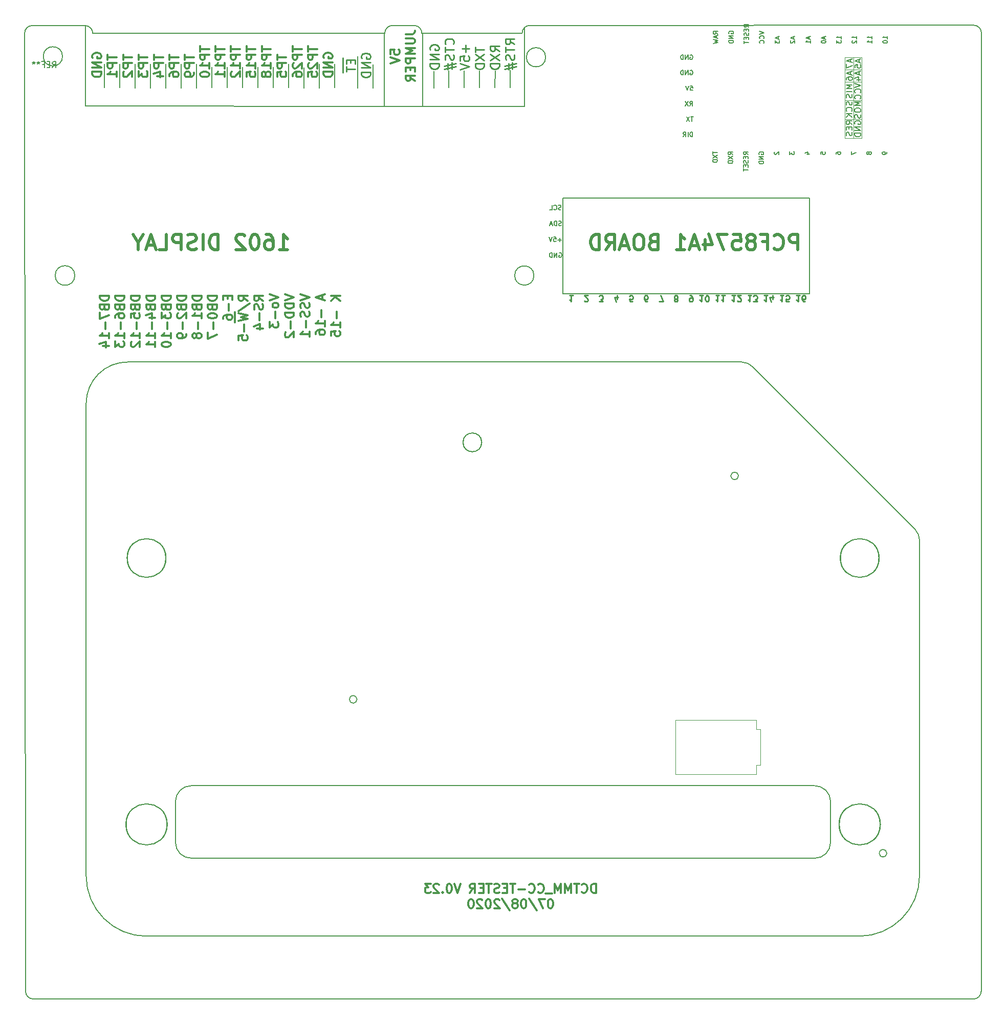
<source format=gbo>
G04 #@! TF.GenerationSoftware,KiCad,Pcbnew,(5.1.5)-3*
G04 #@! TF.CreationDate,2020-08-17T08:43:26+02:00*
G04 #@! TF.ProjectId,carecasetester,63617265-6361-4736-9574-65737465722e,rev?*
G04 #@! TF.SameCoordinates,Original*
G04 #@! TF.FileFunction,Legend,Bot*
G04 #@! TF.FilePolarity,Positive*
%FSLAX46Y46*%
G04 Gerber Fmt 4.6, Leading zero omitted, Abs format (unit mm)*
G04 Created by KiCad (PCBNEW (5.1.5)-3) date 2020-08-17 08:43:26*
%MOMM*%
%LPD*%
G04 APERTURE LIST*
%ADD10C,0.300000*%
%ADD11C,0.500000*%
%ADD12C,0.150000*%
G04 #@! TA.AperFunction,Profile*
%ADD13C,0.200000*%
G04 #@! TD*
%ADD14C,0.100000*%
%ADD15C,0.200000*%
%ADD16C,0.250000*%
%ADD17C,0.187500*%
%ADD18C,0.120000*%
G04 APERTURE END LIST*
D10*
X90973571Y-54032142D02*
X89473571Y-54032142D01*
X89473571Y-54389285D01*
X89545000Y-54603571D01*
X89687857Y-54746428D01*
X89830714Y-54817857D01*
X90116428Y-54889285D01*
X90330714Y-54889285D01*
X90616428Y-54817857D01*
X90759285Y-54746428D01*
X90902142Y-54603571D01*
X90973571Y-54389285D01*
X90973571Y-54032142D01*
X90187857Y-56032142D02*
X90259285Y-56246428D01*
X90330714Y-56317857D01*
X90473571Y-56389285D01*
X90687857Y-56389285D01*
X90830714Y-56317857D01*
X90902142Y-56246428D01*
X90973571Y-56103571D01*
X90973571Y-55532142D01*
X89473571Y-55532142D01*
X89473571Y-56032142D01*
X89545000Y-56175000D01*
X89616428Y-56246428D01*
X89759285Y-56317857D01*
X89902142Y-56317857D01*
X90045000Y-56246428D01*
X90116428Y-56175000D01*
X90187857Y-56032142D01*
X90187857Y-55532142D01*
X89473571Y-56889285D02*
X89473571Y-57889285D01*
X90973571Y-57246428D01*
X90402142Y-58460714D02*
X90402142Y-59603571D01*
X90973571Y-61103571D02*
X90973571Y-60246428D01*
X90973571Y-60674999D02*
X89473571Y-60674999D01*
X89687857Y-60532142D01*
X89830714Y-60389285D01*
X89902142Y-60246428D01*
X89973571Y-62389285D02*
X90973571Y-62389285D01*
X89402142Y-62032142D02*
X90473571Y-61674999D01*
X90473571Y-62603571D01*
X93523571Y-54032142D02*
X92023571Y-54032142D01*
X92023571Y-54389285D01*
X92095000Y-54603571D01*
X92237857Y-54746428D01*
X92380714Y-54817857D01*
X92666428Y-54889285D01*
X92880714Y-54889285D01*
X93166428Y-54817857D01*
X93309285Y-54746428D01*
X93452142Y-54603571D01*
X93523571Y-54389285D01*
X93523571Y-54032142D01*
X92737857Y-56032142D02*
X92809285Y-56246428D01*
X92880714Y-56317857D01*
X93023571Y-56389285D01*
X93237857Y-56389285D01*
X93380714Y-56317857D01*
X93452142Y-56246428D01*
X93523571Y-56103571D01*
X93523571Y-55532142D01*
X92023571Y-55532142D01*
X92023571Y-56032142D01*
X92095000Y-56175000D01*
X92166428Y-56246428D01*
X92309285Y-56317857D01*
X92452142Y-56317857D01*
X92595000Y-56246428D01*
X92666428Y-56175000D01*
X92737857Y-56032142D01*
X92737857Y-55532142D01*
X92023571Y-57675000D02*
X92023571Y-57389285D01*
X92095000Y-57246428D01*
X92166428Y-57175000D01*
X92380714Y-57032142D01*
X92666428Y-56960714D01*
X93237857Y-56960714D01*
X93380714Y-57032142D01*
X93452142Y-57103571D01*
X93523571Y-57246428D01*
X93523571Y-57532142D01*
X93452142Y-57675000D01*
X93380714Y-57746428D01*
X93237857Y-57817857D01*
X92880714Y-57817857D01*
X92737857Y-57746428D01*
X92666428Y-57675000D01*
X92595000Y-57532142D01*
X92595000Y-57246428D01*
X92666428Y-57103571D01*
X92737857Y-57032142D01*
X92880714Y-56960714D01*
X92952142Y-58460714D02*
X92952142Y-59603571D01*
X93523571Y-61103571D02*
X93523571Y-60246428D01*
X93523571Y-60674999D02*
X92023571Y-60674999D01*
X92237857Y-60532142D01*
X92380714Y-60389285D01*
X92452142Y-60246428D01*
X92023571Y-61603571D02*
X92023571Y-62532142D01*
X92595000Y-62032142D01*
X92595000Y-62246428D01*
X92666428Y-62389285D01*
X92737857Y-62460714D01*
X92880714Y-62532142D01*
X93237857Y-62532142D01*
X93380714Y-62460714D01*
X93452142Y-62389285D01*
X93523571Y-62246428D01*
X93523571Y-61817857D01*
X93452142Y-61674999D01*
X93380714Y-61603571D01*
X96073571Y-54032142D02*
X94573571Y-54032142D01*
X94573571Y-54389285D01*
X94645000Y-54603571D01*
X94787857Y-54746428D01*
X94930714Y-54817857D01*
X95216428Y-54889285D01*
X95430714Y-54889285D01*
X95716428Y-54817857D01*
X95859285Y-54746428D01*
X96002142Y-54603571D01*
X96073571Y-54389285D01*
X96073571Y-54032142D01*
X95287857Y-56032142D02*
X95359285Y-56246428D01*
X95430714Y-56317857D01*
X95573571Y-56389285D01*
X95787857Y-56389285D01*
X95930714Y-56317857D01*
X96002142Y-56246428D01*
X96073571Y-56103571D01*
X96073571Y-55532142D01*
X94573571Y-55532142D01*
X94573571Y-56032142D01*
X94645000Y-56175000D01*
X94716428Y-56246428D01*
X94859285Y-56317857D01*
X95002142Y-56317857D01*
X95145000Y-56246428D01*
X95216428Y-56175000D01*
X95287857Y-56032142D01*
X95287857Y-55532142D01*
X94573571Y-57746428D02*
X94573571Y-57032142D01*
X95287857Y-56960714D01*
X95216428Y-57032142D01*
X95145000Y-57175000D01*
X95145000Y-57532142D01*
X95216428Y-57675000D01*
X95287857Y-57746428D01*
X95430714Y-57817857D01*
X95787857Y-57817857D01*
X95930714Y-57746428D01*
X96002142Y-57675000D01*
X96073571Y-57532142D01*
X96073571Y-57175000D01*
X96002142Y-57032142D01*
X95930714Y-56960714D01*
X95502142Y-58460714D02*
X95502142Y-59603571D01*
X96073571Y-61103571D02*
X96073571Y-60246428D01*
X96073571Y-60674999D02*
X94573571Y-60674999D01*
X94787857Y-60532142D01*
X94930714Y-60389285D01*
X95002142Y-60246428D01*
X94716428Y-61674999D02*
X94645000Y-61746428D01*
X94573571Y-61889285D01*
X94573571Y-62246428D01*
X94645000Y-62389285D01*
X94716428Y-62460714D01*
X94859285Y-62532142D01*
X95002142Y-62532142D01*
X95216428Y-62460714D01*
X96073571Y-61603571D01*
X96073571Y-62532142D01*
X98623571Y-54032142D02*
X97123571Y-54032142D01*
X97123571Y-54389285D01*
X97195000Y-54603571D01*
X97337857Y-54746428D01*
X97480714Y-54817857D01*
X97766428Y-54889285D01*
X97980714Y-54889285D01*
X98266428Y-54817857D01*
X98409285Y-54746428D01*
X98552142Y-54603571D01*
X98623571Y-54389285D01*
X98623571Y-54032142D01*
X97837857Y-56032142D02*
X97909285Y-56246428D01*
X97980714Y-56317857D01*
X98123571Y-56389285D01*
X98337857Y-56389285D01*
X98480714Y-56317857D01*
X98552142Y-56246428D01*
X98623571Y-56103571D01*
X98623571Y-55532142D01*
X97123571Y-55532142D01*
X97123571Y-56032142D01*
X97195000Y-56175000D01*
X97266428Y-56246428D01*
X97409285Y-56317857D01*
X97552142Y-56317857D01*
X97695000Y-56246428D01*
X97766428Y-56175000D01*
X97837857Y-56032142D01*
X97837857Y-55532142D01*
X97623571Y-57675000D02*
X98623571Y-57675000D01*
X97052142Y-57317857D02*
X98123571Y-56960714D01*
X98123571Y-57889285D01*
X98052142Y-58460714D02*
X98052142Y-59603571D01*
X98623571Y-61103571D02*
X98623571Y-60246428D01*
X98623571Y-60674999D02*
X97123571Y-60674999D01*
X97337857Y-60532142D01*
X97480714Y-60389285D01*
X97552142Y-60246428D01*
X98623571Y-62532142D02*
X98623571Y-61674999D01*
X98623571Y-62103571D02*
X97123571Y-62103571D01*
X97337857Y-61960714D01*
X97480714Y-61817857D01*
X97552142Y-61674999D01*
X101173571Y-54032142D02*
X99673571Y-54032142D01*
X99673571Y-54389285D01*
X99745000Y-54603571D01*
X99887857Y-54746428D01*
X100030714Y-54817857D01*
X100316428Y-54889285D01*
X100530714Y-54889285D01*
X100816428Y-54817857D01*
X100959285Y-54746428D01*
X101102142Y-54603571D01*
X101173571Y-54389285D01*
X101173571Y-54032142D01*
X100387857Y-56032142D02*
X100459285Y-56246428D01*
X100530714Y-56317857D01*
X100673571Y-56389285D01*
X100887857Y-56389285D01*
X101030714Y-56317857D01*
X101102142Y-56246428D01*
X101173571Y-56103571D01*
X101173571Y-55532142D01*
X99673571Y-55532142D01*
X99673571Y-56032142D01*
X99745000Y-56175000D01*
X99816428Y-56246428D01*
X99959285Y-56317857D01*
X100102142Y-56317857D01*
X100245000Y-56246428D01*
X100316428Y-56175000D01*
X100387857Y-56032142D01*
X100387857Y-55532142D01*
X99673571Y-56889285D02*
X99673571Y-57817857D01*
X100245000Y-57317857D01*
X100245000Y-57532142D01*
X100316428Y-57675000D01*
X100387857Y-57746428D01*
X100530714Y-57817857D01*
X100887857Y-57817857D01*
X101030714Y-57746428D01*
X101102142Y-57675000D01*
X101173571Y-57532142D01*
X101173571Y-57103571D01*
X101102142Y-56960714D01*
X101030714Y-56889285D01*
X100602142Y-58460714D02*
X100602142Y-59603571D01*
X101173571Y-61103571D02*
X101173571Y-60246428D01*
X101173571Y-60674999D02*
X99673571Y-60674999D01*
X99887857Y-60532142D01*
X100030714Y-60389285D01*
X100102142Y-60246428D01*
X99673571Y-62032142D02*
X99673571Y-62174999D01*
X99745000Y-62317857D01*
X99816428Y-62389285D01*
X99959285Y-62460714D01*
X100245000Y-62532142D01*
X100602142Y-62532142D01*
X100887857Y-62460714D01*
X101030714Y-62389285D01*
X101102142Y-62317857D01*
X101173571Y-62174999D01*
X101173571Y-62032142D01*
X101102142Y-61889285D01*
X101030714Y-61817857D01*
X100887857Y-61746428D01*
X100602142Y-61674999D01*
X100245000Y-61674999D01*
X99959285Y-61746428D01*
X99816428Y-61817857D01*
X99745000Y-61889285D01*
X99673571Y-62032142D01*
X103723571Y-54032142D02*
X102223571Y-54032142D01*
X102223571Y-54389285D01*
X102295000Y-54603571D01*
X102437857Y-54746428D01*
X102580714Y-54817857D01*
X102866428Y-54889285D01*
X103080714Y-54889285D01*
X103366428Y-54817857D01*
X103509285Y-54746428D01*
X103652142Y-54603571D01*
X103723571Y-54389285D01*
X103723571Y-54032142D01*
X102937857Y-56032142D02*
X103009285Y-56246428D01*
X103080714Y-56317857D01*
X103223571Y-56389285D01*
X103437857Y-56389285D01*
X103580714Y-56317857D01*
X103652142Y-56246428D01*
X103723571Y-56103571D01*
X103723571Y-55532142D01*
X102223571Y-55532142D01*
X102223571Y-56032142D01*
X102295000Y-56175000D01*
X102366428Y-56246428D01*
X102509285Y-56317857D01*
X102652142Y-56317857D01*
X102795000Y-56246428D01*
X102866428Y-56175000D01*
X102937857Y-56032142D01*
X102937857Y-55532142D01*
X102366428Y-56960714D02*
X102295000Y-57032142D01*
X102223571Y-57175000D01*
X102223571Y-57532142D01*
X102295000Y-57675000D01*
X102366428Y-57746428D01*
X102509285Y-57817857D01*
X102652142Y-57817857D01*
X102866428Y-57746428D01*
X103723571Y-56889285D01*
X103723571Y-57817857D01*
X103152142Y-58460714D02*
X103152142Y-59603571D01*
X103723571Y-60389285D02*
X103723571Y-60675000D01*
X103652142Y-60817857D01*
X103580714Y-60889285D01*
X103366428Y-61032142D01*
X103080714Y-61103571D01*
X102509285Y-61103571D01*
X102366428Y-61032142D01*
X102295000Y-60960714D01*
X102223571Y-60817857D01*
X102223571Y-60532142D01*
X102295000Y-60389285D01*
X102366428Y-60317857D01*
X102509285Y-60246428D01*
X102866428Y-60246428D01*
X103009285Y-60317857D01*
X103080714Y-60389285D01*
X103152142Y-60532142D01*
X103152142Y-60817857D01*
X103080714Y-60960714D01*
X103009285Y-61032142D01*
X102866428Y-61103571D01*
X106273571Y-54032142D02*
X104773571Y-54032142D01*
X104773571Y-54389285D01*
X104845000Y-54603571D01*
X104987857Y-54746428D01*
X105130714Y-54817857D01*
X105416428Y-54889285D01*
X105630714Y-54889285D01*
X105916428Y-54817857D01*
X106059285Y-54746428D01*
X106202142Y-54603571D01*
X106273571Y-54389285D01*
X106273571Y-54032142D01*
X105487857Y-56032142D02*
X105559285Y-56246428D01*
X105630714Y-56317857D01*
X105773571Y-56389285D01*
X105987857Y-56389285D01*
X106130714Y-56317857D01*
X106202142Y-56246428D01*
X106273571Y-56103571D01*
X106273571Y-55532142D01*
X104773571Y-55532142D01*
X104773571Y-56032142D01*
X104845000Y-56175000D01*
X104916428Y-56246428D01*
X105059285Y-56317857D01*
X105202142Y-56317857D01*
X105345000Y-56246428D01*
X105416428Y-56175000D01*
X105487857Y-56032142D01*
X105487857Y-55532142D01*
X106273571Y-57817857D02*
X106273571Y-56960714D01*
X106273571Y-57389285D02*
X104773571Y-57389285D01*
X104987857Y-57246428D01*
X105130714Y-57103571D01*
X105202142Y-56960714D01*
X105702142Y-58460714D02*
X105702142Y-59603571D01*
X105416428Y-60532142D02*
X105345000Y-60389285D01*
X105273571Y-60317857D01*
X105130714Y-60246428D01*
X105059285Y-60246428D01*
X104916428Y-60317857D01*
X104845000Y-60389285D01*
X104773571Y-60532142D01*
X104773571Y-60817857D01*
X104845000Y-60960714D01*
X104916428Y-61032142D01*
X105059285Y-61103571D01*
X105130714Y-61103571D01*
X105273571Y-61032142D01*
X105345000Y-60960714D01*
X105416428Y-60817857D01*
X105416428Y-60532142D01*
X105487857Y-60389285D01*
X105559285Y-60317857D01*
X105702142Y-60246428D01*
X105987857Y-60246428D01*
X106130714Y-60317857D01*
X106202142Y-60389285D01*
X106273571Y-60532142D01*
X106273571Y-60817857D01*
X106202142Y-60960714D01*
X106130714Y-61032142D01*
X105987857Y-61103571D01*
X105702142Y-61103571D01*
X105559285Y-61032142D01*
X105487857Y-60960714D01*
X105416428Y-60817857D01*
X108823571Y-54032142D02*
X107323571Y-54032142D01*
X107323571Y-54389285D01*
X107395000Y-54603571D01*
X107537857Y-54746428D01*
X107680714Y-54817857D01*
X107966428Y-54889285D01*
X108180714Y-54889285D01*
X108466428Y-54817857D01*
X108609285Y-54746428D01*
X108752142Y-54603571D01*
X108823571Y-54389285D01*
X108823571Y-54032142D01*
X108037857Y-56032142D02*
X108109285Y-56246428D01*
X108180714Y-56317857D01*
X108323571Y-56389285D01*
X108537857Y-56389285D01*
X108680714Y-56317857D01*
X108752142Y-56246428D01*
X108823571Y-56103571D01*
X108823571Y-55532142D01*
X107323571Y-55532142D01*
X107323571Y-56032142D01*
X107395000Y-56175000D01*
X107466428Y-56246428D01*
X107609285Y-56317857D01*
X107752142Y-56317857D01*
X107895000Y-56246428D01*
X107966428Y-56175000D01*
X108037857Y-56032142D01*
X108037857Y-55532142D01*
X107323571Y-57317857D02*
X107323571Y-57460714D01*
X107395000Y-57603571D01*
X107466428Y-57675000D01*
X107609285Y-57746428D01*
X107895000Y-57817857D01*
X108252142Y-57817857D01*
X108537857Y-57746428D01*
X108680714Y-57675000D01*
X108752142Y-57603571D01*
X108823571Y-57460714D01*
X108823571Y-57317857D01*
X108752142Y-57175000D01*
X108680714Y-57103571D01*
X108537857Y-57032142D01*
X108252142Y-56960714D01*
X107895000Y-56960714D01*
X107609285Y-57032142D01*
X107466428Y-57103571D01*
X107395000Y-57175000D01*
X107323571Y-57317857D01*
X108252142Y-58460714D02*
X108252142Y-59603571D01*
X107323571Y-60175000D02*
X107323571Y-61175000D01*
X108823571Y-60532142D01*
X110587857Y-54032142D02*
X110587857Y-54532142D01*
X111373571Y-54746428D02*
X111373571Y-54032142D01*
X109873571Y-54032142D01*
X109873571Y-54746428D01*
X110802142Y-55389285D02*
X110802142Y-56532142D01*
X109873571Y-57889285D02*
X109873571Y-57603571D01*
X109945000Y-57460714D01*
X110016428Y-57389285D01*
X110230714Y-57246428D01*
X110516428Y-57175000D01*
X111087857Y-57175000D01*
X111230714Y-57246428D01*
X111302142Y-57317857D01*
X111373571Y-57460714D01*
X111373571Y-57746428D01*
X111302142Y-57889285D01*
X111230714Y-57960714D01*
X111087857Y-58032142D01*
X110730714Y-58032142D01*
X110587857Y-57960714D01*
X110516428Y-57889285D01*
X110445000Y-57746428D01*
X110445000Y-57460714D01*
X110516428Y-57317857D01*
X110587857Y-57246428D01*
X110730714Y-57175000D01*
X113923571Y-54889285D02*
X113209285Y-54389285D01*
X113923571Y-54032142D02*
X112423571Y-54032142D01*
X112423571Y-54603571D01*
X112495000Y-54746428D01*
X112566428Y-54817857D01*
X112709285Y-54889285D01*
X112923571Y-54889285D01*
X113066428Y-54817857D01*
X113137857Y-54746428D01*
X113209285Y-54603571D01*
X113209285Y-54032142D01*
X112352142Y-56603571D02*
X114280714Y-55317857D01*
X111775000Y-56746428D02*
X111775000Y-58460714D01*
X112423571Y-56960714D02*
X113923571Y-57317857D01*
X112852142Y-57603571D01*
X113923571Y-57889285D01*
X112423571Y-58246428D01*
X113352142Y-58817857D02*
X113352142Y-59960714D01*
X112423571Y-61389285D02*
X112423571Y-60675000D01*
X113137857Y-60603571D01*
X113066428Y-60675000D01*
X112995000Y-60817857D01*
X112995000Y-61175000D01*
X113066428Y-61317857D01*
X113137857Y-61389285D01*
X113280714Y-61460714D01*
X113637857Y-61460714D01*
X113780714Y-61389285D01*
X113852142Y-61317857D01*
X113923571Y-61175000D01*
X113923571Y-60817857D01*
X113852142Y-60675000D01*
X113780714Y-60603571D01*
X116473571Y-54889285D02*
X115759285Y-54389285D01*
X116473571Y-54032142D02*
X114973571Y-54032142D01*
X114973571Y-54603571D01*
X115045000Y-54746428D01*
X115116428Y-54817857D01*
X115259285Y-54889285D01*
X115473571Y-54889285D01*
X115616428Y-54817857D01*
X115687857Y-54746428D01*
X115759285Y-54603571D01*
X115759285Y-54032142D01*
X116402142Y-55460714D02*
X116473571Y-55675000D01*
X116473571Y-56032142D01*
X116402142Y-56175000D01*
X116330714Y-56246428D01*
X116187857Y-56317857D01*
X116045000Y-56317857D01*
X115902142Y-56246428D01*
X115830714Y-56175000D01*
X115759285Y-56032142D01*
X115687857Y-55746428D01*
X115616428Y-55603571D01*
X115545000Y-55532142D01*
X115402142Y-55460714D01*
X115259285Y-55460714D01*
X115116428Y-55532142D01*
X115045000Y-55603571D01*
X114973571Y-55746428D01*
X114973571Y-56103571D01*
X115045000Y-56317857D01*
X115902142Y-56960714D02*
X115902142Y-58103571D01*
X115473571Y-59460714D02*
X116473571Y-59460714D01*
X114902142Y-59103571D02*
X115973571Y-58746428D01*
X115973571Y-59675000D01*
X117523571Y-53817857D02*
X119023571Y-54317857D01*
X117523571Y-54817857D01*
X119023571Y-55532142D02*
X118952142Y-55389285D01*
X118880714Y-55317857D01*
X118737857Y-55246428D01*
X118309285Y-55246428D01*
X118166428Y-55317857D01*
X118095000Y-55389285D01*
X118023571Y-55532142D01*
X118023571Y-55746428D01*
X118095000Y-55889285D01*
X118166428Y-55960714D01*
X118309285Y-56032142D01*
X118737857Y-56032142D01*
X118880714Y-55960714D01*
X118952142Y-55889285D01*
X119023571Y-55746428D01*
X119023571Y-55532142D01*
X118452142Y-56675000D02*
X118452142Y-57817857D01*
X117523571Y-58389285D02*
X117523571Y-59317857D01*
X118095000Y-58817857D01*
X118095000Y-59032142D01*
X118166428Y-59175000D01*
X118237857Y-59246428D01*
X118380714Y-59317857D01*
X118737857Y-59317857D01*
X118880714Y-59246428D01*
X118952142Y-59175000D01*
X119023571Y-59032142D01*
X119023571Y-58603571D01*
X118952142Y-58460714D01*
X118880714Y-58389285D01*
X120073571Y-53817857D02*
X121573571Y-54317857D01*
X120073571Y-54817857D01*
X121573571Y-55317857D02*
X120073571Y-55317857D01*
X120073571Y-55675000D01*
X120145000Y-55889285D01*
X120287857Y-56032142D01*
X120430714Y-56103571D01*
X120716428Y-56175000D01*
X120930714Y-56175000D01*
X121216428Y-56103571D01*
X121359285Y-56032142D01*
X121502142Y-55889285D01*
X121573571Y-55675000D01*
X121573571Y-55317857D01*
X121573571Y-56817857D02*
X120073571Y-56817857D01*
X120073571Y-57175000D01*
X120145000Y-57389285D01*
X120287857Y-57532142D01*
X120430714Y-57603571D01*
X120716428Y-57675000D01*
X120930714Y-57675000D01*
X121216428Y-57603571D01*
X121359285Y-57532142D01*
X121502142Y-57389285D01*
X121573571Y-57175000D01*
X121573571Y-56817857D01*
X121002142Y-58317857D02*
X121002142Y-59460714D01*
X120216428Y-60103571D02*
X120145000Y-60175000D01*
X120073571Y-60317857D01*
X120073571Y-60675000D01*
X120145000Y-60817857D01*
X120216428Y-60889285D01*
X120359285Y-60960714D01*
X120502142Y-60960714D01*
X120716428Y-60889285D01*
X121573571Y-60032142D01*
X121573571Y-60960714D01*
X122623571Y-53817857D02*
X124123571Y-54317857D01*
X122623571Y-54817857D01*
X124052142Y-55246428D02*
X124123571Y-55460714D01*
X124123571Y-55817857D01*
X124052142Y-55960714D01*
X123980714Y-56032142D01*
X123837857Y-56103571D01*
X123695000Y-56103571D01*
X123552142Y-56032142D01*
X123480714Y-55960714D01*
X123409285Y-55817857D01*
X123337857Y-55532142D01*
X123266428Y-55389285D01*
X123195000Y-55317857D01*
X123052142Y-55246428D01*
X122909285Y-55246428D01*
X122766428Y-55317857D01*
X122695000Y-55389285D01*
X122623571Y-55532142D01*
X122623571Y-55889285D01*
X122695000Y-56103571D01*
X124052142Y-56675000D02*
X124123571Y-56889285D01*
X124123571Y-57246428D01*
X124052142Y-57389285D01*
X123980714Y-57460714D01*
X123837857Y-57532142D01*
X123695000Y-57532142D01*
X123552142Y-57460714D01*
X123480714Y-57389285D01*
X123409285Y-57246428D01*
X123337857Y-56960714D01*
X123266428Y-56817857D01*
X123195000Y-56746428D01*
X123052142Y-56675000D01*
X122909285Y-56675000D01*
X122766428Y-56746428D01*
X122695000Y-56817857D01*
X122623571Y-56960714D01*
X122623571Y-57317857D01*
X122695000Y-57532142D01*
X123552142Y-58175000D02*
X123552142Y-59317857D01*
X124123571Y-60817857D02*
X124123571Y-59960714D01*
X124123571Y-60389285D02*
X122623571Y-60389285D01*
X122837857Y-60246428D01*
X122980714Y-60103571D01*
X123052142Y-59960714D01*
X126245000Y-53960714D02*
X126245000Y-54675000D01*
X126673571Y-53817857D02*
X125173571Y-54317857D01*
X126673571Y-54817857D01*
X126102142Y-56460714D02*
X126102142Y-57603571D01*
X126673571Y-59103571D02*
X126673571Y-58246428D01*
X126673571Y-58675000D02*
X125173571Y-58675000D01*
X125387857Y-58532142D01*
X125530714Y-58389285D01*
X125602142Y-58246428D01*
X125173571Y-60389285D02*
X125173571Y-60103571D01*
X125245000Y-59960714D01*
X125316428Y-59889285D01*
X125530714Y-59746428D01*
X125816428Y-59675000D01*
X126387857Y-59675000D01*
X126530714Y-59746428D01*
X126602142Y-59817857D01*
X126673571Y-59960714D01*
X126673571Y-60246428D01*
X126602142Y-60389285D01*
X126530714Y-60460714D01*
X126387857Y-60532142D01*
X126030714Y-60532142D01*
X125887857Y-60460714D01*
X125816428Y-60389285D01*
X125745000Y-60246428D01*
X125745000Y-59960714D01*
X125816428Y-59817857D01*
X125887857Y-59746428D01*
X126030714Y-59675000D01*
X129223571Y-54032142D02*
X127723571Y-54032142D01*
X129223571Y-54889285D02*
X128366428Y-54246428D01*
X127723571Y-54889285D02*
X128580714Y-54032142D01*
X128652142Y-56675000D02*
X128652142Y-57817857D01*
X129223571Y-59317857D02*
X129223571Y-58460714D01*
X129223571Y-58889285D02*
X127723571Y-58889285D01*
X127937857Y-58746428D01*
X128080714Y-58603571D01*
X128152142Y-58460714D01*
X127723571Y-60675000D02*
X127723571Y-59960714D01*
X128437857Y-59889285D01*
X128366428Y-59960714D01*
X128295000Y-60103571D01*
X128295000Y-60460714D01*
X128366428Y-60603571D01*
X128437857Y-60675000D01*
X128580714Y-60746428D01*
X128937857Y-60746428D01*
X129080714Y-60675000D01*
X129152142Y-60603571D01*
X129223571Y-60460714D01*
X129223571Y-60103571D01*
X129152142Y-59960714D01*
X129080714Y-59889285D01*
D11*
X119130000Y-46410952D02*
X120558571Y-46410952D01*
X119844285Y-46410952D02*
X119844285Y-43910952D01*
X120082380Y-44268095D01*
X120320476Y-44506190D01*
X120558571Y-44625238D01*
X116987142Y-43910952D02*
X117463333Y-43910952D01*
X117701428Y-44030000D01*
X117820476Y-44149047D01*
X118058571Y-44506190D01*
X118177619Y-44982380D01*
X118177619Y-45934761D01*
X118058571Y-46172857D01*
X117939523Y-46291904D01*
X117701428Y-46410952D01*
X117225238Y-46410952D01*
X116987142Y-46291904D01*
X116868095Y-46172857D01*
X116749047Y-45934761D01*
X116749047Y-45339523D01*
X116868095Y-45101428D01*
X116987142Y-44982380D01*
X117225238Y-44863333D01*
X117701428Y-44863333D01*
X117939523Y-44982380D01*
X118058571Y-45101428D01*
X118177619Y-45339523D01*
X115201428Y-43910952D02*
X114963333Y-43910952D01*
X114725238Y-44030000D01*
X114606190Y-44149047D01*
X114487142Y-44387142D01*
X114368095Y-44863333D01*
X114368095Y-45458571D01*
X114487142Y-45934761D01*
X114606190Y-46172857D01*
X114725238Y-46291904D01*
X114963333Y-46410952D01*
X115201428Y-46410952D01*
X115439523Y-46291904D01*
X115558571Y-46172857D01*
X115677619Y-45934761D01*
X115796666Y-45458571D01*
X115796666Y-44863333D01*
X115677619Y-44387142D01*
X115558571Y-44149047D01*
X115439523Y-44030000D01*
X115201428Y-43910952D01*
X113415714Y-44149047D02*
X113296666Y-44030000D01*
X113058571Y-43910952D01*
X112463333Y-43910952D01*
X112225238Y-44030000D01*
X112106190Y-44149047D01*
X111987142Y-44387142D01*
X111987142Y-44625238D01*
X112106190Y-44982380D01*
X113534761Y-46410952D01*
X111987142Y-46410952D01*
X109010952Y-46410952D02*
X109010952Y-43910952D01*
X108415714Y-43910952D01*
X108058571Y-44030000D01*
X107820476Y-44268095D01*
X107701428Y-44506190D01*
X107582380Y-44982380D01*
X107582380Y-45339523D01*
X107701428Y-45815714D01*
X107820476Y-46053809D01*
X108058571Y-46291904D01*
X108415714Y-46410952D01*
X109010952Y-46410952D01*
X106510952Y-46410952D02*
X106510952Y-43910952D01*
X105439523Y-46291904D02*
X105082380Y-46410952D01*
X104487142Y-46410952D01*
X104249047Y-46291904D01*
X104130000Y-46172857D01*
X104010952Y-45934761D01*
X104010952Y-45696666D01*
X104130000Y-45458571D01*
X104249047Y-45339523D01*
X104487142Y-45220476D01*
X104963333Y-45101428D01*
X105201428Y-44982380D01*
X105320476Y-44863333D01*
X105439523Y-44625238D01*
X105439523Y-44387142D01*
X105320476Y-44149047D01*
X105201428Y-44030000D01*
X104963333Y-43910952D01*
X104368095Y-43910952D01*
X104010952Y-44030000D01*
X102939523Y-46410952D02*
X102939523Y-43910952D01*
X101987142Y-43910952D01*
X101749047Y-44030000D01*
X101630000Y-44149047D01*
X101510952Y-44387142D01*
X101510952Y-44744285D01*
X101630000Y-44982380D01*
X101749047Y-45101428D01*
X101987142Y-45220476D01*
X102939523Y-45220476D01*
X99249047Y-46410952D02*
X100439523Y-46410952D01*
X100439523Y-43910952D01*
X98534761Y-45696666D02*
X97344285Y-45696666D01*
X98772857Y-46410952D02*
X97939523Y-43910952D01*
X97106190Y-46410952D01*
X95796666Y-45220476D02*
X95796666Y-46410952D01*
X96630000Y-43910952D02*
X95796666Y-45220476D01*
X94963333Y-43910952D01*
X204943333Y-46440952D02*
X204943333Y-43940952D01*
X203990952Y-43940952D01*
X203752857Y-44060000D01*
X203633809Y-44179047D01*
X203514761Y-44417142D01*
X203514761Y-44774285D01*
X203633809Y-45012380D01*
X203752857Y-45131428D01*
X203990952Y-45250476D01*
X204943333Y-45250476D01*
X201014761Y-46202857D02*
X201133809Y-46321904D01*
X201490952Y-46440952D01*
X201729047Y-46440952D01*
X202086190Y-46321904D01*
X202324285Y-46083809D01*
X202443333Y-45845714D01*
X202562380Y-45369523D01*
X202562380Y-45012380D01*
X202443333Y-44536190D01*
X202324285Y-44298095D01*
X202086190Y-44060000D01*
X201729047Y-43940952D01*
X201490952Y-43940952D01*
X201133809Y-44060000D01*
X201014761Y-44179047D01*
X199110000Y-45131428D02*
X199943333Y-45131428D01*
X199943333Y-46440952D02*
X199943333Y-43940952D01*
X198752857Y-43940952D01*
X197443333Y-45012380D02*
X197681428Y-44893333D01*
X197800476Y-44774285D01*
X197919523Y-44536190D01*
X197919523Y-44417142D01*
X197800476Y-44179047D01*
X197681428Y-44060000D01*
X197443333Y-43940952D01*
X196967142Y-43940952D01*
X196729047Y-44060000D01*
X196610000Y-44179047D01*
X196490952Y-44417142D01*
X196490952Y-44536190D01*
X196610000Y-44774285D01*
X196729047Y-44893333D01*
X196967142Y-45012380D01*
X197443333Y-45012380D01*
X197681428Y-45131428D01*
X197800476Y-45250476D01*
X197919523Y-45488571D01*
X197919523Y-45964761D01*
X197800476Y-46202857D01*
X197681428Y-46321904D01*
X197443333Y-46440952D01*
X196967142Y-46440952D01*
X196729047Y-46321904D01*
X196610000Y-46202857D01*
X196490952Y-45964761D01*
X196490952Y-45488571D01*
X196610000Y-45250476D01*
X196729047Y-45131428D01*
X196967142Y-45012380D01*
X194229047Y-43940952D02*
X195419523Y-43940952D01*
X195538571Y-45131428D01*
X195419523Y-45012380D01*
X195181428Y-44893333D01*
X194586190Y-44893333D01*
X194348095Y-45012380D01*
X194229047Y-45131428D01*
X194110000Y-45369523D01*
X194110000Y-45964761D01*
X194229047Y-46202857D01*
X194348095Y-46321904D01*
X194586190Y-46440952D01*
X195181428Y-46440952D01*
X195419523Y-46321904D01*
X195538571Y-46202857D01*
X193276666Y-43940952D02*
X191610000Y-43940952D01*
X192681428Y-46440952D01*
X189586190Y-44774285D02*
X189586190Y-46440952D01*
X190181428Y-43821904D02*
X190776666Y-45607619D01*
X189229047Y-45607619D01*
X188395714Y-45726666D02*
X187205238Y-45726666D01*
X188633809Y-46440952D02*
X187800476Y-43940952D01*
X186967142Y-46440952D01*
X184824285Y-46440952D02*
X186252857Y-46440952D01*
X185538571Y-46440952D02*
X185538571Y-43940952D01*
X185776666Y-44298095D01*
X186014761Y-44536190D01*
X186252857Y-44655238D01*
X181014761Y-45131428D02*
X180657619Y-45250476D01*
X180538571Y-45369523D01*
X180419523Y-45607619D01*
X180419523Y-45964761D01*
X180538571Y-46202857D01*
X180657619Y-46321904D01*
X180895714Y-46440952D01*
X181848095Y-46440952D01*
X181848095Y-43940952D01*
X181014761Y-43940952D01*
X180776666Y-44060000D01*
X180657619Y-44179047D01*
X180538571Y-44417142D01*
X180538571Y-44655238D01*
X180657619Y-44893333D01*
X180776666Y-45012380D01*
X181014761Y-45131428D01*
X181848095Y-45131428D01*
X178871904Y-43940952D02*
X178395714Y-43940952D01*
X178157619Y-44060000D01*
X177919523Y-44298095D01*
X177800476Y-44774285D01*
X177800476Y-45607619D01*
X177919523Y-46083809D01*
X178157619Y-46321904D01*
X178395714Y-46440952D01*
X178871904Y-46440952D01*
X179110000Y-46321904D01*
X179348095Y-46083809D01*
X179467142Y-45607619D01*
X179467142Y-44774285D01*
X179348095Y-44298095D01*
X179110000Y-44060000D01*
X178871904Y-43940952D01*
X176848095Y-45726666D02*
X175657619Y-45726666D01*
X177086190Y-46440952D02*
X176252857Y-43940952D01*
X175419523Y-46440952D01*
X173157619Y-46440952D02*
X173990952Y-45250476D01*
X174586190Y-46440952D02*
X174586190Y-43940952D01*
X173633809Y-43940952D01*
X173395714Y-44060000D01*
X173276666Y-44179047D01*
X173157619Y-44417142D01*
X173157619Y-44774285D01*
X173276666Y-45012380D01*
X173395714Y-45131428D01*
X173633809Y-45250476D01*
X174586190Y-45250476D01*
X172086190Y-46440952D02*
X172086190Y-43940952D01*
X171490952Y-43940952D01*
X171133809Y-44060000D01*
X170895714Y-44298095D01*
X170776666Y-44536190D01*
X170657619Y-45012380D01*
X170657619Y-45369523D01*
X170776666Y-45845714D01*
X170895714Y-46083809D01*
X171133809Y-46321904D01*
X171490952Y-46440952D01*
X172086190Y-46440952D01*
D12*
X166050000Y-53720000D02*
X166060000Y-37870000D01*
X166070000Y-37870000D02*
X166060000Y-37870000D01*
X206840000Y-37860000D02*
X166070000Y-37870000D01*
X206860000Y-53690000D02*
X206840000Y-37860000D01*
X166050000Y-53720000D02*
X206860000Y-53690000D01*
X142850000Y-10620000D02*
X142840000Y-22700000D01*
X159720000Y-22710000D02*
X159700000Y-9770000D01*
X159400000Y-22700000D02*
X159720000Y-22710000D01*
X159360000Y-22700000D02*
X159400000Y-22700000D01*
X136530000Y-22700000D02*
X159360000Y-22700000D01*
X136530000Y-22700000D02*
X136550000Y-10620000D01*
X87110000Y-22680000D02*
X136530000Y-22700000D01*
X87110000Y-9320000D02*
X87110000Y-22680000D01*
D13*
X234040000Y-9300000D02*
X160610000Y-9330000D01*
X235330000Y-10590000D02*
X235290000Y-169120000D01*
X78440000Y-170400000D02*
X234000000Y-170410000D01*
X77000000Y-10640000D02*
X77150000Y-169110000D01*
X78290000Y-9350000D02*
X87000000Y-9350000D01*
X77000000Y-10640000D02*
G75*
G02X78290000Y-9350000I1290000J0D01*
G01*
X78440000Y-170400000D02*
G75*
G02X77150000Y-169110000I0J1290000D01*
G01*
X235290000Y-169120000D02*
G75*
G02X234000000Y-170410000I-1290000J0D01*
G01*
X234040000Y-9300000D02*
G75*
G02X235330000Y-10590000I0J-1290000D01*
G01*
X137890000Y-9330000D02*
X141450000Y-9330000D01*
X136600000Y-10620000D02*
X88290000Y-10640000D01*
X136600000Y-10620000D02*
G75*
G02X137890000Y-9330000I1290000J0D01*
G01*
X87000000Y-9350000D02*
G75*
G02X88290000Y-10640000I0J-1290000D01*
G01*
X142740000Y-10620000D02*
X159320000Y-10620000D01*
X159320000Y-10620000D02*
G75*
G02X160610000Y-9330000I1290000J0D01*
G01*
X141450000Y-9330000D02*
G75*
G02X142740000Y-10620000I0J-1290000D01*
G01*
D12*
X131999682Y-120830000D02*
G75*
G03X131999682Y-120830000I-629682J0D01*
G01*
X195118013Y-83860000D02*
G75*
G03X195118013Y-83860000I-628013J0D01*
G01*
X219669365Y-146290000D02*
G75*
G03X219669365Y-146290000I-629365J0D01*
G01*
D14*
X184660000Y-124260000D02*
X198110000Y-124260000D01*
X198110000Y-124260000D02*
X198110000Y-125810000D01*
X198110000Y-125810000D02*
X198760000Y-125810000D01*
X198760000Y-125810000D02*
X198760000Y-131710000D01*
X184660000Y-133210000D02*
X184660000Y-124260000D01*
X198110000Y-131710000D02*
X198110000Y-133210000D01*
X198110000Y-133210000D02*
X184660000Y-133210000D01*
D15*
X152630000Y-78321679D02*
G75*
G03X152630000Y-78321679I-1550000J0D01*
G01*
X97190000Y-160020000D02*
G75*
G02X87190000Y-150020000I0J10000000D01*
G01*
X94110000Y-65020000D02*
X195620000Y-65020000D01*
X104620000Y-147110000D02*
X207740000Y-147120000D01*
X104621152Y-147109678D02*
G75*
G02X101960000Y-144490000I-41152J2619677D01*
G01*
X210359982Y-144458847D02*
G75*
G02X207740305Y-147120000I-2619677J-41153D01*
G01*
X218560000Y-141520000D02*
G75*
G03X218560000Y-141520000I-3400000J0D01*
G01*
X101960018Y-137781153D02*
G75*
G02X104579695Y-135120000I2619677J41153D01*
G01*
X218360000Y-97450000D02*
G75*
G03X218360000Y-97450000I-3200000J0D01*
G01*
X225080000Y-150020000D02*
X225090000Y-94600000D01*
X100360000Y-97450000D02*
G75*
G03X100360000Y-97450000I-3200000J0D01*
G01*
X210360000Y-144460000D02*
X210360000Y-137740000D01*
X224350000Y-92710000D02*
X197461695Y-65795663D01*
X101960000Y-137780000D02*
X101960000Y-144490000D01*
X100560000Y-141520000D02*
G75*
G03X100560000Y-141520000I-3400000J0D01*
G01*
X87190000Y-150020000D02*
X87190000Y-71860000D01*
D14*
X198760000Y-131710000D02*
X198110000Y-131710000D01*
D15*
X97190000Y-160020000D02*
X215080000Y-160020000D01*
X207698843Y-135120018D02*
G75*
G02X210359996Y-137739695I41153J-2619677D01*
G01*
X87190094Y-71860256D02*
G75*
G02X94110000Y-65020000I6850364J-9762D01*
G01*
X224349641Y-92710631D02*
G75*
G02X225090000Y-94599045I-1859641J-1818415D01*
G01*
X104580000Y-135120000D02*
X207700000Y-135120000D01*
X195620000Y-65019946D02*
G75*
G02X197461695Y-65795663I-10923J-2600052D01*
G01*
X225080000Y-150020000D02*
G75*
G02X215080000Y-160020000I-10000000J0D01*
G01*
D10*
X137533571Y-14084285D02*
X137533571Y-13370000D01*
X138247857Y-13298571D01*
X138176428Y-13370000D01*
X138105000Y-13512857D01*
X138105000Y-13870000D01*
X138176428Y-14012857D01*
X138247857Y-14084285D01*
X138390714Y-14155714D01*
X138747857Y-14155714D01*
X138890714Y-14084285D01*
X138962142Y-14012857D01*
X139033571Y-13870000D01*
X139033571Y-13512857D01*
X138962142Y-13370000D01*
X138890714Y-13298571D01*
X137533571Y-14584285D02*
X139033571Y-15084285D01*
X137533571Y-15584285D01*
X140083571Y-10762857D02*
X141155000Y-10762857D01*
X141369285Y-10691428D01*
X141512142Y-10548571D01*
X141583571Y-10334285D01*
X141583571Y-10191428D01*
X140083571Y-11477142D02*
X141297857Y-11477142D01*
X141440714Y-11548571D01*
X141512142Y-11620000D01*
X141583571Y-11762857D01*
X141583571Y-12048571D01*
X141512142Y-12191428D01*
X141440714Y-12262857D01*
X141297857Y-12334285D01*
X140083571Y-12334285D01*
X141583571Y-13048571D02*
X140083571Y-13048571D01*
X141155000Y-13548571D01*
X140083571Y-14048571D01*
X141583571Y-14048571D01*
X141583571Y-14762857D02*
X140083571Y-14762857D01*
X140083571Y-15334285D01*
X140155000Y-15477142D01*
X140226428Y-15548571D01*
X140369285Y-15620000D01*
X140583571Y-15620000D01*
X140726428Y-15548571D01*
X140797857Y-15477142D01*
X140869285Y-15334285D01*
X140869285Y-14762857D01*
X140797857Y-16262857D02*
X140797857Y-16762857D01*
X141583571Y-16977142D02*
X141583571Y-16262857D01*
X140083571Y-16262857D01*
X140083571Y-16977142D01*
X141583571Y-18477142D02*
X140869285Y-17977142D01*
X141583571Y-17620000D02*
X140083571Y-17620000D01*
X140083571Y-18191428D01*
X140155000Y-18334285D01*
X140226428Y-18405714D01*
X140369285Y-18477142D01*
X140583571Y-18477142D01*
X140726428Y-18405714D01*
X140797857Y-18334285D01*
X140869285Y-18191428D01*
X140869285Y-17620000D01*
D12*
X187131071Y-14250000D02*
X187202500Y-14214285D01*
X187309642Y-14214285D01*
X187416785Y-14250000D01*
X187488214Y-14321428D01*
X187523928Y-14392857D01*
X187559642Y-14535714D01*
X187559642Y-14642857D01*
X187523928Y-14785714D01*
X187488214Y-14857142D01*
X187416785Y-14928571D01*
X187309642Y-14964285D01*
X187238214Y-14964285D01*
X187131071Y-14928571D01*
X187095357Y-14892857D01*
X187095357Y-14642857D01*
X187238214Y-14642857D01*
X186773928Y-14964285D02*
X186773928Y-14214285D01*
X186345357Y-14964285D01*
X186345357Y-14214285D01*
X185988214Y-14964285D02*
X185988214Y-14214285D01*
X185809642Y-14214285D01*
X185702500Y-14250000D01*
X185631071Y-14321428D01*
X185595357Y-14392857D01*
X185559642Y-14535714D01*
X185559642Y-14642857D01*
X185595357Y-14785714D01*
X185631071Y-14857142D01*
X185702500Y-14928571D01*
X185809642Y-14964285D01*
X185988214Y-14964285D01*
X187131071Y-16800000D02*
X187202500Y-16764285D01*
X187309642Y-16764285D01*
X187416785Y-16800000D01*
X187488214Y-16871428D01*
X187523928Y-16942857D01*
X187559642Y-17085714D01*
X187559642Y-17192857D01*
X187523928Y-17335714D01*
X187488214Y-17407142D01*
X187416785Y-17478571D01*
X187309642Y-17514285D01*
X187238214Y-17514285D01*
X187131071Y-17478571D01*
X187095357Y-17442857D01*
X187095357Y-17192857D01*
X187238214Y-17192857D01*
X186773928Y-17514285D02*
X186773928Y-16764285D01*
X186345357Y-17514285D01*
X186345357Y-16764285D01*
X185988214Y-17514285D02*
X185988214Y-16764285D01*
X185809642Y-16764285D01*
X185702500Y-16800000D01*
X185631071Y-16871428D01*
X185595357Y-16942857D01*
X185559642Y-17085714D01*
X185559642Y-17192857D01*
X185595357Y-17335714D01*
X185631071Y-17407142D01*
X185702500Y-17478571D01*
X185809642Y-17514285D01*
X185988214Y-17514285D01*
X187166785Y-19314285D02*
X187523928Y-19314285D01*
X187559642Y-19671428D01*
X187523928Y-19635714D01*
X187452500Y-19600000D01*
X187273928Y-19600000D01*
X187202500Y-19635714D01*
X187166785Y-19671428D01*
X187131071Y-19742857D01*
X187131071Y-19921428D01*
X187166785Y-19992857D01*
X187202500Y-20028571D01*
X187273928Y-20064285D01*
X187452500Y-20064285D01*
X187523928Y-20028571D01*
X187559642Y-19992857D01*
X186916785Y-19314285D02*
X186666785Y-20064285D01*
X186416785Y-19314285D01*
X187095357Y-22614285D02*
X187345357Y-22257142D01*
X187523928Y-22614285D02*
X187523928Y-21864285D01*
X187238214Y-21864285D01*
X187166785Y-21900000D01*
X187131071Y-21935714D01*
X187095357Y-22007142D01*
X187095357Y-22114285D01*
X187131071Y-22185714D01*
X187166785Y-22221428D01*
X187238214Y-22257142D01*
X187523928Y-22257142D01*
X186845357Y-21864285D02*
X186345357Y-22614285D01*
X186345357Y-21864285D02*
X186845357Y-22614285D01*
X187631071Y-24414285D02*
X187202500Y-24414285D01*
X187416785Y-25164285D02*
X187416785Y-24414285D01*
X187023928Y-24414285D02*
X186523928Y-25164285D01*
X186523928Y-24414285D02*
X187023928Y-25164285D01*
X187523928Y-27714285D02*
X187523928Y-26964285D01*
X187345357Y-26964285D01*
X187238214Y-27000000D01*
X187166785Y-27071428D01*
X187131071Y-27142857D01*
X187095357Y-27285714D01*
X187095357Y-27392857D01*
X187131071Y-27535714D01*
X187166785Y-27607142D01*
X187238214Y-27678571D01*
X187345357Y-27714285D01*
X187523928Y-27714285D01*
X186773928Y-27714285D02*
X186773928Y-26964285D01*
X185988214Y-27714285D02*
X186238214Y-27357142D01*
X186416785Y-27714285D02*
X186416785Y-26964285D01*
X186131071Y-26964285D01*
X186059642Y-27000000D01*
X186023928Y-27035714D01*
X185988214Y-27107142D01*
X185988214Y-27214285D01*
X186023928Y-27285714D01*
X186059642Y-27321428D01*
X186131071Y-27357142D01*
X186416785Y-27357142D01*
X190864285Y-30168928D02*
X190864285Y-30597500D01*
X191614285Y-30383214D02*
X190864285Y-30383214D01*
X190864285Y-30776071D02*
X191614285Y-31276071D01*
X190864285Y-31276071D02*
X191614285Y-30776071D01*
X191614285Y-31561785D02*
X190864285Y-31561785D01*
X190864285Y-31740357D01*
X190900000Y-31847500D01*
X190971428Y-31918928D01*
X191042857Y-31954642D01*
X191185714Y-31990357D01*
X191292857Y-31990357D01*
X191435714Y-31954642D01*
X191507142Y-31918928D01*
X191578571Y-31847500D01*
X191614285Y-31740357D01*
X191614285Y-31561785D01*
X194164285Y-30704642D02*
X193807142Y-30454642D01*
X194164285Y-30276071D02*
X193414285Y-30276071D01*
X193414285Y-30561785D01*
X193450000Y-30633214D01*
X193485714Y-30668928D01*
X193557142Y-30704642D01*
X193664285Y-30704642D01*
X193735714Y-30668928D01*
X193771428Y-30633214D01*
X193807142Y-30561785D01*
X193807142Y-30276071D01*
X193414285Y-30954642D02*
X194164285Y-31454642D01*
X193414285Y-31454642D02*
X194164285Y-30954642D01*
X194164285Y-31740357D02*
X193414285Y-31740357D01*
X193414285Y-31918928D01*
X193450000Y-32026071D01*
X193521428Y-32097500D01*
X193592857Y-32133214D01*
X193735714Y-32168928D01*
X193842857Y-32168928D01*
X193985714Y-32133214D01*
X194057142Y-32097500D01*
X194128571Y-32026071D01*
X194164285Y-31918928D01*
X194164285Y-31740357D01*
X196714285Y-30704642D02*
X196357142Y-30454642D01*
X196714285Y-30276071D02*
X195964285Y-30276071D01*
X195964285Y-30561785D01*
X196000000Y-30633214D01*
X196035714Y-30668928D01*
X196107142Y-30704642D01*
X196214285Y-30704642D01*
X196285714Y-30668928D01*
X196321428Y-30633214D01*
X196357142Y-30561785D01*
X196357142Y-30276071D01*
X196321428Y-31026071D02*
X196321428Y-31276071D01*
X196714285Y-31383214D02*
X196714285Y-31026071D01*
X195964285Y-31026071D01*
X195964285Y-31383214D01*
X196678571Y-31668928D02*
X196714285Y-31776071D01*
X196714285Y-31954642D01*
X196678571Y-32026071D01*
X196642857Y-32061785D01*
X196571428Y-32097500D01*
X196500000Y-32097500D01*
X196428571Y-32061785D01*
X196392857Y-32026071D01*
X196357142Y-31954642D01*
X196321428Y-31811785D01*
X196285714Y-31740357D01*
X196250000Y-31704642D01*
X196178571Y-31668928D01*
X196107142Y-31668928D01*
X196035714Y-31704642D01*
X196000000Y-31740357D01*
X195964285Y-31811785D01*
X195964285Y-31990357D01*
X196000000Y-32097500D01*
X196321428Y-32418928D02*
X196321428Y-32668928D01*
X196714285Y-32776071D02*
X196714285Y-32418928D01*
X195964285Y-32418928D01*
X195964285Y-32776071D01*
X195964285Y-32990357D02*
X195964285Y-33418928D01*
X196714285Y-33204642D02*
X195964285Y-33204642D01*
X198550000Y-30668928D02*
X198514285Y-30597500D01*
X198514285Y-30490357D01*
X198550000Y-30383214D01*
X198621428Y-30311785D01*
X198692857Y-30276071D01*
X198835714Y-30240357D01*
X198942857Y-30240357D01*
X199085714Y-30276071D01*
X199157142Y-30311785D01*
X199228571Y-30383214D01*
X199264285Y-30490357D01*
X199264285Y-30561785D01*
X199228571Y-30668928D01*
X199192857Y-30704642D01*
X198942857Y-30704642D01*
X198942857Y-30561785D01*
X199264285Y-31026071D02*
X198514285Y-31026071D01*
X199264285Y-31454642D01*
X198514285Y-31454642D01*
X199264285Y-31811785D02*
X198514285Y-31811785D01*
X198514285Y-31990357D01*
X198550000Y-32097500D01*
X198621428Y-32168928D01*
X198692857Y-32204642D01*
X198835714Y-32240357D01*
X198942857Y-32240357D01*
X199085714Y-32204642D01*
X199157142Y-32168928D01*
X199228571Y-32097500D01*
X199264285Y-31990357D01*
X199264285Y-31811785D01*
X201135714Y-30240357D02*
X201100000Y-30276071D01*
X201064285Y-30347500D01*
X201064285Y-30526071D01*
X201100000Y-30597500D01*
X201135714Y-30633214D01*
X201207142Y-30668928D01*
X201278571Y-30668928D01*
X201385714Y-30633214D01*
X201814285Y-30204642D01*
X201814285Y-30668928D01*
X203614285Y-30204642D02*
X203614285Y-30668928D01*
X203900000Y-30418928D01*
X203900000Y-30526071D01*
X203935714Y-30597500D01*
X203971428Y-30633214D01*
X204042857Y-30668928D01*
X204221428Y-30668928D01*
X204292857Y-30633214D01*
X204328571Y-30597500D01*
X204364285Y-30526071D01*
X204364285Y-30311785D01*
X204328571Y-30240357D01*
X204292857Y-30204642D01*
X206414285Y-30597500D02*
X206914285Y-30597500D01*
X206128571Y-30418928D02*
X206664285Y-30240357D01*
X206664285Y-30704642D01*
X208714285Y-30633214D02*
X208714285Y-30276071D01*
X209071428Y-30240357D01*
X209035714Y-30276071D01*
X209000000Y-30347500D01*
X209000000Y-30526071D01*
X209035714Y-30597500D01*
X209071428Y-30633214D01*
X209142857Y-30668928D01*
X209321428Y-30668928D01*
X209392857Y-30633214D01*
X209428571Y-30597500D01*
X209464285Y-30526071D01*
X209464285Y-30347500D01*
X209428571Y-30276071D01*
X209392857Y-30240357D01*
X211264285Y-30597500D02*
X211264285Y-30454642D01*
X211300000Y-30383214D01*
X211335714Y-30347500D01*
X211442857Y-30276071D01*
X211585714Y-30240357D01*
X211871428Y-30240357D01*
X211942857Y-30276071D01*
X211978571Y-30311785D01*
X212014285Y-30383214D01*
X212014285Y-30526071D01*
X211978571Y-30597500D01*
X211942857Y-30633214D01*
X211871428Y-30668928D01*
X211692857Y-30668928D01*
X211621428Y-30633214D01*
X211585714Y-30597500D01*
X211550000Y-30526071D01*
X211550000Y-30383214D01*
X211585714Y-30311785D01*
X211621428Y-30276071D01*
X211692857Y-30240357D01*
X213814285Y-30204642D02*
X213814285Y-30704642D01*
X214564285Y-30383214D01*
X216685714Y-30383214D02*
X216650000Y-30311785D01*
X216614285Y-30276071D01*
X216542857Y-30240357D01*
X216507142Y-30240357D01*
X216435714Y-30276071D01*
X216400000Y-30311785D01*
X216364285Y-30383214D01*
X216364285Y-30526071D01*
X216400000Y-30597500D01*
X216435714Y-30633214D01*
X216507142Y-30668928D01*
X216542857Y-30668928D01*
X216614285Y-30633214D01*
X216650000Y-30597500D01*
X216685714Y-30526071D01*
X216685714Y-30383214D01*
X216721428Y-30311785D01*
X216757142Y-30276071D01*
X216828571Y-30240357D01*
X216971428Y-30240357D01*
X217042857Y-30276071D01*
X217078571Y-30311785D01*
X217114285Y-30383214D01*
X217114285Y-30526071D01*
X217078571Y-30597500D01*
X217042857Y-30633214D01*
X216971428Y-30668928D01*
X216828571Y-30668928D01*
X216757142Y-30633214D01*
X216721428Y-30597500D01*
X216685714Y-30526071D01*
X219664285Y-30311785D02*
X219664285Y-30454642D01*
X219628571Y-30526071D01*
X219592857Y-30561785D01*
X219485714Y-30633214D01*
X219342857Y-30668928D01*
X219057142Y-30668928D01*
X218985714Y-30633214D01*
X218950000Y-30597500D01*
X218914285Y-30526071D01*
X218914285Y-30383214D01*
X218950000Y-30311785D01*
X218985714Y-30276071D01*
X219057142Y-30240357D01*
X219235714Y-30240357D01*
X219307142Y-30276071D01*
X219342857Y-30311785D01*
X219378571Y-30383214D01*
X219378571Y-30526071D01*
X219342857Y-30597500D01*
X219307142Y-30633214D01*
X219235714Y-30668928D01*
X191714285Y-10759642D02*
X191357142Y-10509642D01*
X191714285Y-10331071D02*
X190964285Y-10331071D01*
X190964285Y-10616785D01*
X191000000Y-10688214D01*
X191035714Y-10723928D01*
X191107142Y-10759642D01*
X191214285Y-10759642D01*
X191285714Y-10723928D01*
X191321428Y-10688214D01*
X191357142Y-10616785D01*
X191357142Y-10331071D01*
X191500000Y-11045357D02*
X191500000Y-11402500D01*
X191714285Y-10973928D02*
X190964285Y-11223928D01*
X191714285Y-11473928D01*
X190964285Y-11652500D02*
X191714285Y-11831071D01*
X191178571Y-11973928D01*
X191714285Y-12116785D01*
X190964285Y-12295357D01*
X193550000Y-10688214D02*
X193514285Y-10616785D01*
X193514285Y-10509642D01*
X193550000Y-10402500D01*
X193621428Y-10331071D01*
X193692857Y-10295357D01*
X193835714Y-10259642D01*
X193942857Y-10259642D01*
X194085714Y-10295357D01*
X194157142Y-10331071D01*
X194228571Y-10402500D01*
X194264285Y-10509642D01*
X194264285Y-10581071D01*
X194228571Y-10688214D01*
X194192857Y-10723928D01*
X193942857Y-10723928D01*
X193942857Y-10581071D01*
X194264285Y-11045357D02*
X193514285Y-11045357D01*
X194264285Y-11473928D01*
X193514285Y-11473928D01*
X194264285Y-11831071D02*
X193514285Y-11831071D01*
X193514285Y-12009642D01*
X193550000Y-12116785D01*
X193621428Y-12188214D01*
X193692857Y-12223928D01*
X193835714Y-12259642D01*
X193942857Y-12259642D01*
X194085714Y-12223928D01*
X194157142Y-12188214D01*
X194228571Y-12116785D01*
X194264285Y-12009642D01*
X194264285Y-11831071D01*
X196814285Y-9616785D02*
X196457142Y-9366785D01*
X196814285Y-9188214D02*
X196064285Y-9188214D01*
X196064285Y-9473928D01*
X196100000Y-9545357D01*
X196135714Y-9581071D01*
X196207142Y-9616785D01*
X196314285Y-9616785D01*
X196385714Y-9581071D01*
X196421428Y-9545357D01*
X196457142Y-9473928D01*
X196457142Y-9188214D01*
X196421428Y-9938214D02*
X196421428Y-10188214D01*
X196814285Y-10295357D02*
X196814285Y-9938214D01*
X196064285Y-9938214D01*
X196064285Y-10295357D01*
X196778571Y-10581071D02*
X196814285Y-10688214D01*
X196814285Y-10866785D01*
X196778571Y-10938214D01*
X196742857Y-10973928D01*
X196671428Y-11009642D01*
X196600000Y-11009642D01*
X196528571Y-10973928D01*
X196492857Y-10938214D01*
X196457142Y-10866785D01*
X196421428Y-10723928D01*
X196385714Y-10652500D01*
X196350000Y-10616785D01*
X196278571Y-10581071D01*
X196207142Y-10581071D01*
X196135714Y-10616785D01*
X196100000Y-10652500D01*
X196064285Y-10723928D01*
X196064285Y-10902500D01*
X196100000Y-11009642D01*
X196421428Y-11331071D02*
X196421428Y-11581071D01*
X196814285Y-11688214D02*
X196814285Y-11331071D01*
X196064285Y-11331071D01*
X196064285Y-11688214D01*
X196064285Y-11902500D02*
X196064285Y-12331071D01*
X196814285Y-12116785D02*
X196064285Y-12116785D01*
X198614285Y-10331071D02*
X199364285Y-10581071D01*
X198614285Y-10831071D01*
X199292857Y-11509642D02*
X199328571Y-11473928D01*
X199364285Y-11366785D01*
X199364285Y-11295357D01*
X199328571Y-11188214D01*
X199257142Y-11116785D01*
X199185714Y-11081071D01*
X199042857Y-11045357D01*
X198935714Y-11045357D01*
X198792857Y-11081071D01*
X198721428Y-11116785D01*
X198650000Y-11188214D01*
X198614285Y-11295357D01*
X198614285Y-11366785D01*
X198650000Y-11473928D01*
X198685714Y-11509642D01*
X199292857Y-12259642D02*
X199328571Y-12223928D01*
X199364285Y-12116785D01*
X199364285Y-12045357D01*
X199328571Y-11938214D01*
X199257142Y-11866785D01*
X199185714Y-11831071D01*
X199042857Y-11795357D01*
X198935714Y-11795357D01*
X198792857Y-11831071D01*
X198721428Y-11866785D01*
X198650000Y-11938214D01*
X198614285Y-12045357D01*
X198614285Y-12116785D01*
X198650000Y-12223928D01*
X198685714Y-12259642D01*
X201700000Y-11188214D02*
X201700000Y-11545357D01*
X201914285Y-11116785D02*
X201164285Y-11366785D01*
X201914285Y-11616785D01*
X201164285Y-11795357D02*
X201164285Y-12259642D01*
X201450000Y-12009642D01*
X201450000Y-12116785D01*
X201485714Y-12188214D01*
X201521428Y-12223928D01*
X201592857Y-12259642D01*
X201771428Y-12259642D01*
X201842857Y-12223928D01*
X201878571Y-12188214D01*
X201914285Y-12116785D01*
X201914285Y-11902500D01*
X201878571Y-11831071D01*
X201842857Y-11795357D01*
X204250000Y-11188214D02*
X204250000Y-11545357D01*
X204464285Y-11116785D02*
X203714285Y-11366785D01*
X204464285Y-11616785D01*
X203785714Y-11831071D02*
X203750000Y-11866785D01*
X203714285Y-11938214D01*
X203714285Y-12116785D01*
X203750000Y-12188214D01*
X203785714Y-12223928D01*
X203857142Y-12259642D01*
X203928571Y-12259642D01*
X204035714Y-12223928D01*
X204464285Y-11795357D01*
X204464285Y-12259642D01*
X206800000Y-11188214D02*
X206800000Y-11545357D01*
X207014285Y-11116785D02*
X206264285Y-11366785D01*
X207014285Y-11616785D01*
X207014285Y-12259642D02*
X207014285Y-11831071D01*
X207014285Y-12045357D02*
X206264285Y-12045357D01*
X206371428Y-11973928D01*
X206442857Y-11902500D01*
X206478571Y-11831071D01*
X209350000Y-11188214D02*
X209350000Y-11545357D01*
X209564285Y-11116785D02*
X208814285Y-11366785D01*
X209564285Y-11616785D01*
X208814285Y-12009642D02*
X208814285Y-12081071D01*
X208850000Y-12152500D01*
X208885714Y-12188214D01*
X208957142Y-12223928D01*
X209100000Y-12259642D01*
X209278571Y-12259642D01*
X209421428Y-12223928D01*
X209492857Y-12188214D01*
X209528571Y-12152500D01*
X209564285Y-12081071D01*
X209564285Y-12009642D01*
X209528571Y-11938214D01*
X209492857Y-11902500D01*
X209421428Y-11866785D01*
X209278571Y-11831071D01*
X209100000Y-11831071D01*
X208957142Y-11866785D01*
X208885714Y-11902500D01*
X208850000Y-11938214D01*
X208814285Y-12009642D01*
X212114285Y-11545357D02*
X212114285Y-11116785D01*
X212114285Y-11331071D02*
X211364285Y-11331071D01*
X211471428Y-11259642D01*
X211542857Y-11188214D01*
X211578571Y-11116785D01*
X211364285Y-11795357D02*
X211364285Y-12259642D01*
X211650000Y-12009642D01*
X211650000Y-12116785D01*
X211685714Y-12188214D01*
X211721428Y-12223928D01*
X211792857Y-12259642D01*
X211971428Y-12259642D01*
X212042857Y-12223928D01*
X212078571Y-12188214D01*
X212114285Y-12116785D01*
X212114285Y-11902500D01*
X212078571Y-11831071D01*
X212042857Y-11795357D01*
X214664285Y-11545357D02*
X214664285Y-11116785D01*
X214664285Y-11331071D02*
X213914285Y-11331071D01*
X214021428Y-11259642D01*
X214092857Y-11188214D01*
X214128571Y-11116785D01*
X213985714Y-11831071D02*
X213950000Y-11866785D01*
X213914285Y-11938214D01*
X213914285Y-12116785D01*
X213950000Y-12188214D01*
X213985714Y-12223928D01*
X214057142Y-12259642D01*
X214128571Y-12259642D01*
X214235714Y-12223928D01*
X214664285Y-11795357D01*
X214664285Y-12259642D01*
X217214285Y-11545357D02*
X217214285Y-11116785D01*
X217214285Y-11331071D02*
X216464285Y-11331071D01*
X216571428Y-11259642D01*
X216642857Y-11188214D01*
X216678571Y-11116785D01*
X217214285Y-12259642D02*
X217214285Y-11831071D01*
X217214285Y-12045357D02*
X216464285Y-12045357D01*
X216571428Y-11973928D01*
X216642857Y-11902500D01*
X216678571Y-11831071D01*
X219764285Y-11545357D02*
X219764285Y-11116785D01*
X219764285Y-11331071D02*
X219014285Y-11331071D01*
X219121428Y-11259642D01*
X219192857Y-11188214D01*
X219228571Y-11116785D01*
X219014285Y-12009642D02*
X219014285Y-12081071D01*
X219050000Y-12152500D01*
X219085714Y-12188214D01*
X219157142Y-12223928D01*
X219300000Y-12259642D01*
X219478571Y-12259642D01*
X219621428Y-12223928D01*
X219692857Y-12188214D01*
X219728571Y-12152500D01*
X219764285Y-12081071D01*
X219764285Y-12009642D01*
X219728571Y-11938214D01*
X219692857Y-11902500D01*
X219621428Y-11866785D01*
X219478571Y-11831071D01*
X219300000Y-11831071D01*
X219157142Y-11866785D01*
X219085714Y-11902500D01*
X219050000Y-11938214D01*
X219014285Y-12009642D01*
D16*
X167737619Y-54017619D02*
X167166190Y-54017619D01*
X167451904Y-54017619D02*
X167451904Y-55017619D01*
X167356666Y-54874761D01*
X167261428Y-54779523D01*
X167166190Y-54731904D01*
X169642380Y-54922380D02*
X169690000Y-54970000D01*
X169785238Y-55017619D01*
X170023333Y-55017619D01*
X170118571Y-54970000D01*
X170166190Y-54922380D01*
X170213809Y-54827142D01*
X170213809Y-54731904D01*
X170166190Y-54589047D01*
X169594761Y-54017619D01*
X170213809Y-54017619D01*
X172070952Y-55017619D02*
X172690000Y-55017619D01*
X172356666Y-54636666D01*
X172499523Y-54636666D01*
X172594761Y-54589047D01*
X172642380Y-54541428D01*
X172690000Y-54446190D01*
X172690000Y-54208095D01*
X172642380Y-54112857D01*
X172594761Y-54065238D01*
X172499523Y-54017619D01*
X172213809Y-54017619D01*
X172118571Y-54065238D01*
X172070952Y-54112857D01*
X175070952Y-54684285D02*
X175070952Y-54017619D01*
X174832857Y-55065238D02*
X174594761Y-54350952D01*
X175213809Y-54350952D01*
X177594761Y-55017619D02*
X177118571Y-55017619D01*
X177070952Y-54541428D01*
X177118571Y-54589047D01*
X177213809Y-54636666D01*
X177451904Y-54636666D01*
X177547142Y-54589047D01*
X177594761Y-54541428D01*
X177642380Y-54446190D01*
X177642380Y-54208095D01*
X177594761Y-54112857D01*
X177547142Y-54065238D01*
X177451904Y-54017619D01*
X177213809Y-54017619D01*
X177118571Y-54065238D01*
X177070952Y-54112857D01*
X180023333Y-55017619D02*
X179832857Y-55017619D01*
X179737619Y-54970000D01*
X179690000Y-54922380D01*
X179594761Y-54779523D01*
X179547142Y-54589047D01*
X179547142Y-54208095D01*
X179594761Y-54112857D01*
X179642380Y-54065238D01*
X179737619Y-54017619D01*
X179928095Y-54017619D01*
X180023333Y-54065238D01*
X180070952Y-54112857D01*
X180118571Y-54208095D01*
X180118571Y-54446190D01*
X180070952Y-54541428D01*
X180023333Y-54589047D01*
X179928095Y-54636666D01*
X179737619Y-54636666D01*
X179642380Y-54589047D01*
X179594761Y-54541428D01*
X179547142Y-54446190D01*
X181975714Y-55017619D02*
X182642380Y-55017619D01*
X182213809Y-54017619D01*
X184690000Y-54589047D02*
X184594761Y-54636666D01*
X184547142Y-54684285D01*
X184499523Y-54779523D01*
X184499523Y-54827142D01*
X184547142Y-54922380D01*
X184594761Y-54970000D01*
X184690000Y-55017619D01*
X184880476Y-55017619D01*
X184975714Y-54970000D01*
X185023333Y-54922380D01*
X185070952Y-54827142D01*
X185070952Y-54779523D01*
X185023333Y-54684285D01*
X184975714Y-54636666D01*
X184880476Y-54589047D01*
X184690000Y-54589047D01*
X184594761Y-54541428D01*
X184547142Y-54493809D01*
X184499523Y-54398571D01*
X184499523Y-54208095D01*
X184547142Y-54112857D01*
X184594761Y-54065238D01*
X184690000Y-54017619D01*
X184880476Y-54017619D01*
X184975714Y-54065238D01*
X185023333Y-54112857D01*
X185070952Y-54208095D01*
X185070952Y-54398571D01*
X185023333Y-54493809D01*
X184975714Y-54541428D01*
X184880476Y-54589047D01*
X187070952Y-54017619D02*
X187261428Y-54017619D01*
X187356666Y-54065238D01*
X187404285Y-54112857D01*
X187499523Y-54255714D01*
X187547142Y-54446190D01*
X187547142Y-54827142D01*
X187499523Y-54922380D01*
X187451904Y-54970000D01*
X187356666Y-55017619D01*
X187166190Y-55017619D01*
X187070952Y-54970000D01*
X187023333Y-54922380D01*
X186975714Y-54827142D01*
X186975714Y-54589047D01*
X187023333Y-54493809D01*
X187070952Y-54446190D01*
X187166190Y-54398571D01*
X187356666Y-54398571D01*
X187451904Y-54446190D01*
X187499523Y-54493809D01*
X187547142Y-54589047D01*
X189261428Y-54017619D02*
X188690000Y-54017619D01*
X188975714Y-54017619D02*
X188975714Y-55017619D01*
X188880476Y-54874761D01*
X188785238Y-54779523D01*
X188690000Y-54731904D01*
X189880476Y-55017619D02*
X189975714Y-55017619D01*
X190070952Y-54970000D01*
X190118571Y-54922380D01*
X190166190Y-54827142D01*
X190213809Y-54636666D01*
X190213809Y-54398571D01*
X190166190Y-54208095D01*
X190118571Y-54112857D01*
X190070952Y-54065238D01*
X189975714Y-54017619D01*
X189880476Y-54017619D01*
X189785238Y-54065238D01*
X189737619Y-54112857D01*
X189690000Y-54208095D01*
X189642380Y-54398571D01*
X189642380Y-54636666D01*
X189690000Y-54827142D01*
X189737619Y-54922380D01*
X189785238Y-54970000D01*
X189880476Y-55017619D01*
X191928095Y-54017619D02*
X191356666Y-54017619D01*
X191642380Y-54017619D02*
X191642380Y-55017619D01*
X191547142Y-54874761D01*
X191451904Y-54779523D01*
X191356666Y-54731904D01*
X192880476Y-54017619D02*
X192309047Y-54017619D01*
X192594761Y-54017619D02*
X192594761Y-55017619D01*
X192499523Y-54874761D01*
X192404285Y-54779523D01*
X192309047Y-54731904D01*
X194594761Y-54017619D02*
X194023333Y-54017619D01*
X194309047Y-54017619D02*
X194309047Y-55017619D01*
X194213809Y-54874761D01*
X194118571Y-54779523D01*
X194023333Y-54731904D01*
X194975714Y-54922380D02*
X195023333Y-54970000D01*
X195118571Y-55017619D01*
X195356666Y-55017619D01*
X195451904Y-54970000D01*
X195499523Y-54922380D01*
X195547142Y-54827142D01*
X195547142Y-54731904D01*
X195499523Y-54589047D01*
X194928095Y-54017619D01*
X195547142Y-54017619D01*
X197261428Y-54017619D02*
X196689999Y-54017619D01*
X196975714Y-54017619D02*
X196975714Y-55017619D01*
X196880476Y-54874761D01*
X196785238Y-54779523D01*
X196689999Y-54731904D01*
X197594761Y-55017619D02*
X198213809Y-55017619D01*
X197880476Y-54636666D01*
X198023333Y-54636666D01*
X198118571Y-54589047D01*
X198166190Y-54541428D01*
X198213809Y-54446190D01*
X198213809Y-54208095D01*
X198166190Y-54112857D01*
X198118571Y-54065238D01*
X198023333Y-54017619D01*
X197737619Y-54017619D01*
X197642380Y-54065238D01*
X197594761Y-54112857D01*
X199928095Y-54017619D02*
X199356666Y-54017619D01*
X199642380Y-54017619D02*
X199642380Y-55017619D01*
X199547142Y-54874761D01*
X199451904Y-54779523D01*
X199356666Y-54731904D01*
X200785238Y-54684285D02*
X200785238Y-54017619D01*
X200547142Y-55065238D02*
X200309047Y-54350952D01*
X200928095Y-54350952D01*
X202594761Y-54017619D02*
X202023333Y-54017619D01*
X202309047Y-54017619D02*
X202309047Y-55017619D01*
X202213809Y-54874761D01*
X202118571Y-54779523D01*
X202023333Y-54731904D01*
X203499523Y-55017619D02*
X203023333Y-55017619D01*
X202975714Y-54541428D01*
X203023333Y-54589047D01*
X203118571Y-54636666D01*
X203356666Y-54636666D01*
X203451904Y-54589047D01*
X203499523Y-54541428D01*
X203547142Y-54446190D01*
X203547142Y-54208095D01*
X203499523Y-54112857D01*
X203451904Y-54065238D01*
X203356666Y-54017619D01*
X203118571Y-54017619D01*
X203023333Y-54065238D01*
X202975714Y-54112857D01*
X205261428Y-54017619D02*
X204689999Y-54017619D01*
X204975714Y-54017619D02*
X204975714Y-55017619D01*
X204880476Y-54874761D01*
X204785238Y-54779523D01*
X204689999Y-54731904D01*
X206118571Y-55017619D02*
X205928095Y-55017619D01*
X205832857Y-54970000D01*
X205785238Y-54922380D01*
X205689999Y-54779523D01*
X205642380Y-54589047D01*
X205642380Y-54208095D01*
X205689999Y-54112857D01*
X205737619Y-54065238D01*
X205832857Y-54017619D01*
X206023333Y-54017619D01*
X206118571Y-54065238D01*
X206166190Y-54112857D01*
X206213809Y-54208095D01*
X206213809Y-54446190D01*
X206166190Y-54541428D01*
X206118571Y-54589047D01*
X206023333Y-54636666D01*
X205832857Y-54636666D01*
X205737619Y-54589047D01*
X205689999Y-54541428D01*
X205642380Y-54446190D01*
D17*
X165762857Y-39796071D02*
X165655714Y-39831785D01*
X165477142Y-39831785D01*
X165405714Y-39796071D01*
X165370000Y-39760357D01*
X165334285Y-39688928D01*
X165334285Y-39617500D01*
X165370000Y-39546071D01*
X165405714Y-39510357D01*
X165477142Y-39474642D01*
X165620000Y-39438928D01*
X165691428Y-39403214D01*
X165727142Y-39367500D01*
X165762857Y-39296071D01*
X165762857Y-39224642D01*
X165727142Y-39153214D01*
X165691428Y-39117500D01*
X165620000Y-39081785D01*
X165441428Y-39081785D01*
X165334285Y-39117500D01*
X164584285Y-39760357D02*
X164620000Y-39796071D01*
X164727142Y-39831785D01*
X164798571Y-39831785D01*
X164905714Y-39796071D01*
X164977142Y-39724642D01*
X165012857Y-39653214D01*
X165048571Y-39510357D01*
X165048571Y-39403214D01*
X165012857Y-39260357D01*
X164977142Y-39188928D01*
X164905714Y-39117500D01*
X164798571Y-39081785D01*
X164727142Y-39081785D01*
X164620000Y-39117500D01*
X164584285Y-39153214D01*
X163905714Y-39831785D02*
X164262857Y-39831785D01*
X164262857Y-39081785D01*
X165780714Y-42421071D02*
X165673571Y-42456785D01*
X165495000Y-42456785D01*
X165423571Y-42421071D01*
X165387857Y-42385357D01*
X165352142Y-42313928D01*
X165352142Y-42242500D01*
X165387857Y-42171071D01*
X165423571Y-42135357D01*
X165495000Y-42099642D01*
X165637857Y-42063928D01*
X165709285Y-42028214D01*
X165745000Y-41992500D01*
X165780714Y-41921071D01*
X165780714Y-41849642D01*
X165745000Y-41778214D01*
X165709285Y-41742500D01*
X165637857Y-41706785D01*
X165459285Y-41706785D01*
X165352142Y-41742500D01*
X165030714Y-42456785D02*
X165030714Y-41706785D01*
X164852142Y-41706785D01*
X164745000Y-41742500D01*
X164673571Y-41813928D01*
X164637857Y-41885357D01*
X164602142Y-42028214D01*
X164602142Y-42135357D01*
X164637857Y-42278214D01*
X164673571Y-42349642D01*
X164745000Y-42421071D01*
X164852142Y-42456785D01*
X165030714Y-42456785D01*
X164316428Y-42242500D02*
X163959285Y-42242500D01*
X164387857Y-42456785D02*
X164137857Y-41706785D01*
X163887857Y-42456785D01*
X165834285Y-44796071D02*
X165262857Y-44796071D01*
X165548571Y-45081785D02*
X165548571Y-44510357D01*
X164548571Y-44331785D02*
X164905714Y-44331785D01*
X164941428Y-44688928D01*
X164905714Y-44653214D01*
X164834285Y-44617500D01*
X164655714Y-44617500D01*
X164584285Y-44653214D01*
X164548571Y-44688928D01*
X164512857Y-44760357D01*
X164512857Y-44938928D01*
X164548571Y-45010357D01*
X164584285Y-45046071D01*
X164655714Y-45081785D01*
X164834285Y-45081785D01*
X164905714Y-45046071D01*
X164941428Y-45010357D01*
X164298571Y-44331785D02*
X164048571Y-45081785D01*
X163798571Y-44331785D01*
X165441428Y-46992500D02*
X165512857Y-46956785D01*
X165620000Y-46956785D01*
X165727142Y-46992500D01*
X165798571Y-47063928D01*
X165834285Y-47135357D01*
X165870000Y-47278214D01*
X165870000Y-47385357D01*
X165834285Y-47528214D01*
X165798571Y-47599642D01*
X165727142Y-47671071D01*
X165620000Y-47706785D01*
X165548571Y-47706785D01*
X165441428Y-47671071D01*
X165405714Y-47635357D01*
X165405714Y-47385357D01*
X165548571Y-47385357D01*
X165084285Y-47706785D02*
X165084285Y-46956785D01*
X164655714Y-47706785D01*
X164655714Y-46956785D01*
X164298571Y-47706785D02*
X164298571Y-46956785D01*
X164120000Y-46956785D01*
X164012857Y-46992500D01*
X163941428Y-47063928D01*
X163905714Y-47135357D01*
X163870000Y-47278214D01*
X163870000Y-47385357D01*
X163905714Y-47528214D01*
X163941428Y-47599642D01*
X164012857Y-47671071D01*
X164120000Y-47706785D01*
X164298571Y-47706785D01*
D12*
X132110000Y-14450000D02*
X132120000Y-19660000D01*
X134670000Y-15760000D02*
X134670000Y-19710000D01*
D16*
X129635000Y-14660000D02*
X129635000Y-16017142D01*
X130932857Y-15017142D02*
X130932857Y-15517142D01*
X131718571Y-15731428D02*
X131718571Y-15017142D01*
X130218571Y-15017142D01*
X130218571Y-15731428D01*
X129635000Y-16017142D02*
X129635000Y-17160000D01*
X130218571Y-16160000D02*
X130218571Y-17017142D01*
X131718571Y-16588571D02*
X130218571Y-16588571D01*
X132790000Y-14767142D02*
X132718571Y-14624285D01*
X132718571Y-14410000D01*
X132790000Y-14195714D01*
X132932857Y-14052857D01*
X133075714Y-13981428D01*
X133361428Y-13910000D01*
X133575714Y-13910000D01*
X133861428Y-13981428D01*
X134004285Y-14052857D01*
X134147142Y-14195714D01*
X134218571Y-14410000D01*
X134218571Y-14552857D01*
X134147142Y-14767142D01*
X134075714Y-14838571D01*
X133575714Y-14838571D01*
X133575714Y-14552857D01*
X134218571Y-15481428D02*
X132718571Y-15481428D01*
X134218571Y-16338571D01*
X132718571Y-16338571D01*
X134218571Y-17052857D02*
X132718571Y-17052857D01*
X132718571Y-17410000D01*
X132790000Y-17624285D01*
X132932857Y-17767142D01*
X133075714Y-17838571D01*
X133361428Y-17910000D01*
X133575714Y-17910000D01*
X133861428Y-17838571D01*
X134004285Y-17767142D01*
X134147142Y-17624285D01*
X134218571Y-17410000D01*
X134218571Y-17052857D01*
D12*
X157390000Y-16750000D02*
X157390000Y-19630000D01*
X147230000Y-16850000D02*
X147230000Y-19590000D01*
X149760000Y-16810000D02*
X149760000Y-19640000D01*
X154860000Y-16830000D02*
X154850000Y-19600000D01*
X152310000Y-16800000D02*
X152310000Y-19600000D01*
X144700000Y-16860000D02*
X144700000Y-19660000D01*
D16*
X144130000Y-13378928D02*
X144058571Y-13236071D01*
X144058571Y-13021785D01*
X144130000Y-12807500D01*
X144272857Y-12664642D01*
X144415714Y-12593214D01*
X144701428Y-12521785D01*
X144915714Y-12521785D01*
X145201428Y-12593214D01*
X145344285Y-12664642D01*
X145487142Y-12807500D01*
X145558571Y-13021785D01*
X145558571Y-13164642D01*
X145487142Y-13378928D01*
X145415714Y-13450357D01*
X144915714Y-13450357D01*
X144915714Y-13164642D01*
X145558571Y-14093214D02*
X144058571Y-14093214D01*
X145558571Y-14950357D01*
X144058571Y-14950357D01*
X145558571Y-15664642D02*
X144058571Y-15664642D01*
X144058571Y-16021785D01*
X144130000Y-16236071D01*
X144272857Y-16378928D01*
X144415714Y-16450357D01*
X144701428Y-16521785D01*
X144915714Y-16521785D01*
X145201428Y-16450357D01*
X145344285Y-16378928D01*
X145487142Y-16236071D01*
X145558571Y-16021785D01*
X145558571Y-15664642D01*
X147915714Y-12450357D02*
X147987142Y-12378928D01*
X148058571Y-12164642D01*
X148058571Y-12021785D01*
X147987142Y-11807500D01*
X147844285Y-11664642D01*
X147701428Y-11593214D01*
X147415714Y-11521785D01*
X147201428Y-11521785D01*
X146915714Y-11593214D01*
X146772857Y-11664642D01*
X146630000Y-11807500D01*
X146558571Y-12021785D01*
X146558571Y-12164642D01*
X146630000Y-12378928D01*
X146701428Y-12450357D01*
X146558571Y-12878928D02*
X146558571Y-13736071D01*
X148058571Y-13307500D02*
X146558571Y-13307500D01*
X147987142Y-14164642D02*
X148058571Y-14378928D01*
X148058571Y-14736071D01*
X147987142Y-14878928D01*
X147915714Y-14950357D01*
X147772857Y-15021785D01*
X147630000Y-15021785D01*
X147487142Y-14950357D01*
X147415714Y-14878928D01*
X147344285Y-14736071D01*
X147272857Y-14450357D01*
X147201428Y-14307500D01*
X147130000Y-14236071D01*
X146987142Y-14164642D01*
X146844285Y-14164642D01*
X146701428Y-14236071D01*
X146630000Y-14307500D01*
X146558571Y-14450357D01*
X146558571Y-14807500D01*
X146630000Y-15021785D01*
X147058571Y-15593214D02*
X147058571Y-16664642D01*
X146415714Y-16021785D02*
X148344285Y-15593214D01*
X147701428Y-16521785D02*
X147701428Y-15450357D01*
X148344285Y-16093214D02*
X146415714Y-16521785D01*
X149987142Y-12593214D02*
X149987142Y-13736071D01*
X150558571Y-13164642D02*
X149415714Y-13164642D01*
X149058571Y-15164642D02*
X149058571Y-14450357D01*
X149772857Y-14378928D01*
X149701428Y-14450357D01*
X149630000Y-14593214D01*
X149630000Y-14950357D01*
X149701428Y-15093214D01*
X149772857Y-15164642D01*
X149915714Y-15236071D01*
X150272857Y-15236071D01*
X150415714Y-15164642D01*
X150487142Y-15093214D01*
X150558571Y-14950357D01*
X150558571Y-14593214D01*
X150487142Y-14450357D01*
X150415714Y-14378928D01*
X149058571Y-15664642D02*
X150558571Y-16164642D01*
X149058571Y-16664642D01*
X151558571Y-12878928D02*
X151558571Y-13736071D01*
X153058571Y-13307500D02*
X151558571Y-13307500D01*
X151558571Y-14093214D02*
X153058571Y-15093214D01*
X151558571Y-15093214D02*
X153058571Y-14093214D01*
X153058571Y-15664642D02*
X151558571Y-15664642D01*
X151558571Y-16021785D01*
X151630000Y-16236071D01*
X151772857Y-16378928D01*
X151915714Y-16450357D01*
X152201428Y-16521785D01*
X152415714Y-16521785D01*
X152701428Y-16450357D01*
X152844285Y-16378928D01*
X152987142Y-16236071D01*
X153058571Y-16021785D01*
X153058571Y-15664642D01*
X155558571Y-13593214D02*
X154844285Y-13093214D01*
X155558571Y-12736071D02*
X154058571Y-12736071D01*
X154058571Y-13307500D01*
X154130000Y-13450357D01*
X154201428Y-13521785D01*
X154344285Y-13593214D01*
X154558571Y-13593214D01*
X154701428Y-13521785D01*
X154772857Y-13450357D01*
X154844285Y-13307500D01*
X154844285Y-12736071D01*
X154058571Y-14093214D02*
X155558571Y-15093214D01*
X154058571Y-15093214D02*
X155558571Y-14093214D01*
X155558571Y-15664642D02*
X154058571Y-15664642D01*
X154058571Y-16021785D01*
X154130000Y-16236071D01*
X154272857Y-16378928D01*
X154415714Y-16450357D01*
X154701428Y-16521785D01*
X154915714Y-16521785D01*
X155201428Y-16450357D01*
X155344285Y-16378928D01*
X155487142Y-16236071D01*
X155558571Y-16021785D01*
X155558571Y-15664642D01*
X158058571Y-12450357D02*
X157344285Y-11950357D01*
X158058571Y-11593214D02*
X156558571Y-11593214D01*
X156558571Y-12164642D01*
X156630000Y-12307500D01*
X156701428Y-12378928D01*
X156844285Y-12450357D01*
X157058571Y-12450357D01*
X157201428Y-12378928D01*
X157272857Y-12307500D01*
X157344285Y-12164642D01*
X157344285Y-11593214D01*
X156558571Y-12878928D02*
X156558571Y-13736071D01*
X158058571Y-13307500D02*
X156558571Y-13307500D01*
X157987142Y-14164642D02*
X158058571Y-14378928D01*
X158058571Y-14736071D01*
X157987142Y-14878928D01*
X157915714Y-14950357D01*
X157772857Y-15021785D01*
X157630000Y-15021785D01*
X157487142Y-14950357D01*
X157415714Y-14878928D01*
X157344285Y-14736071D01*
X157272857Y-14450357D01*
X157201428Y-14307500D01*
X157130000Y-14236071D01*
X156987142Y-14164642D01*
X156844285Y-14164642D01*
X156701428Y-14236071D01*
X156630000Y-14307500D01*
X156558571Y-14450357D01*
X156558571Y-14807500D01*
X156630000Y-15021785D01*
X157058571Y-15593214D02*
X157058571Y-16664642D01*
X156415714Y-16021785D02*
X158344285Y-15593214D01*
X157701428Y-16521785D02*
X157701428Y-15450357D01*
X158344285Y-16093214D02*
X156415714Y-16521785D01*
D12*
X123250000Y-16280000D02*
X123250000Y-19650000D01*
X118170000Y-16240000D02*
X118170000Y-19610000D01*
X115630000Y-16260000D02*
X115630000Y-19630000D01*
X113070000Y-16260000D02*
X113070000Y-19630000D01*
X110540000Y-16260000D02*
X110540000Y-19630000D01*
X128300000Y-15690000D02*
X128300000Y-19640000D01*
X125780000Y-15720000D02*
X125780000Y-19670000D01*
X120700000Y-15670000D02*
X120700000Y-19620000D01*
X108010000Y-16250000D02*
X108010000Y-19620000D01*
X105460000Y-15720000D02*
X105460000Y-19670000D01*
X102920000Y-15700000D02*
X102920000Y-19650000D01*
X100390000Y-15730000D02*
X100390000Y-19680000D01*
X97860000Y-15730000D02*
X97860000Y-19680000D01*
X95300000Y-15720000D02*
X95300000Y-19670000D01*
X92750000Y-15690000D02*
X92750000Y-19640000D01*
X90200000Y-15690000D02*
X90200000Y-19640000D01*
D10*
X88275000Y-14716428D02*
X88203571Y-14573571D01*
X88203571Y-14359285D01*
X88275000Y-14145000D01*
X88417857Y-14002142D01*
X88560714Y-13930714D01*
X88846428Y-13859285D01*
X89060714Y-13859285D01*
X89346428Y-13930714D01*
X89489285Y-14002142D01*
X89632142Y-14145000D01*
X89703571Y-14359285D01*
X89703571Y-14502142D01*
X89632142Y-14716428D01*
X89560714Y-14787857D01*
X89060714Y-14787857D01*
X89060714Y-14502142D01*
X89703571Y-15430714D02*
X88203571Y-15430714D01*
X89703571Y-16287857D01*
X88203571Y-16287857D01*
X89703571Y-17002142D02*
X88203571Y-17002142D01*
X88203571Y-17359285D01*
X88275000Y-17573571D01*
X88417857Y-17716428D01*
X88560714Y-17787857D01*
X88846428Y-17859285D01*
X89060714Y-17859285D01*
X89346428Y-17787857D01*
X89489285Y-17716428D01*
X89632142Y-17573571D01*
X89703571Y-17359285D01*
X89703571Y-17002142D01*
X90753571Y-14216428D02*
X90753571Y-15073571D01*
X92253571Y-14645000D02*
X90753571Y-14645000D01*
X92253571Y-15573571D02*
X90753571Y-15573571D01*
X90753571Y-16145000D01*
X90825000Y-16287857D01*
X90896428Y-16359285D01*
X91039285Y-16430714D01*
X91253571Y-16430714D01*
X91396428Y-16359285D01*
X91467857Y-16287857D01*
X91539285Y-16145000D01*
X91539285Y-15573571D01*
X92253571Y-17859285D02*
X92253571Y-17002142D01*
X92253571Y-17430714D02*
X90753571Y-17430714D01*
X90967857Y-17287857D01*
X91110714Y-17145000D01*
X91182142Y-17002142D01*
X93303571Y-14216428D02*
X93303571Y-15073571D01*
X94803571Y-14645000D02*
X93303571Y-14645000D01*
X94803571Y-15573571D02*
X93303571Y-15573571D01*
X93303571Y-16145000D01*
X93375000Y-16287857D01*
X93446428Y-16359285D01*
X93589285Y-16430714D01*
X93803571Y-16430714D01*
X93946428Y-16359285D01*
X94017857Y-16287857D01*
X94089285Y-16145000D01*
X94089285Y-15573571D01*
X93446428Y-17002142D02*
X93375000Y-17073571D01*
X93303571Y-17216428D01*
X93303571Y-17573571D01*
X93375000Y-17716428D01*
X93446428Y-17787857D01*
X93589285Y-17859285D01*
X93732142Y-17859285D01*
X93946428Y-17787857D01*
X94803571Y-16930714D01*
X94803571Y-17859285D01*
X95853571Y-14216428D02*
X95853571Y-15073571D01*
X97353571Y-14645000D02*
X95853571Y-14645000D01*
X97353571Y-15573571D02*
X95853571Y-15573571D01*
X95853571Y-16145000D01*
X95925000Y-16287857D01*
X95996428Y-16359285D01*
X96139285Y-16430714D01*
X96353571Y-16430714D01*
X96496428Y-16359285D01*
X96567857Y-16287857D01*
X96639285Y-16145000D01*
X96639285Y-15573571D01*
X95853571Y-16930714D02*
X95853571Y-17859285D01*
X96425000Y-17359285D01*
X96425000Y-17573571D01*
X96496428Y-17716428D01*
X96567857Y-17787857D01*
X96710714Y-17859285D01*
X97067857Y-17859285D01*
X97210714Y-17787857D01*
X97282142Y-17716428D01*
X97353571Y-17573571D01*
X97353571Y-17145000D01*
X97282142Y-17002142D01*
X97210714Y-16930714D01*
X98403571Y-14216428D02*
X98403571Y-15073571D01*
X99903571Y-14645000D02*
X98403571Y-14645000D01*
X99903571Y-15573571D02*
X98403571Y-15573571D01*
X98403571Y-16145000D01*
X98475000Y-16287857D01*
X98546428Y-16359285D01*
X98689285Y-16430714D01*
X98903571Y-16430714D01*
X99046428Y-16359285D01*
X99117857Y-16287857D01*
X99189285Y-16145000D01*
X99189285Y-15573571D01*
X98903571Y-17716428D02*
X99903571Y-17716428D01*
X98332142Y-17359285D02*
X99403571Y-17002142D01*
X99403571Y-17930714D01*
X100953571Y-14216428D02*
X100953571Y-15073571D01*
X102453571Y-14645000D02*
X100953571Y-14645000D01*
X102453571Y-15573571D02*
X100953571Y-15573571D01*
X100953571Y-16145000D01*
X101025000Y-16287857D01*
X101096428Y-16359285D01*
X101239285Y-16430714D01*
X101453571Y-16430714D01*
X101596428Y-16359285D01*
X101667857Y-16287857D01*
X101739285Y-16145000D01*
X101739285Y-15573571D01*
X100953571Y-17716428D02*
X100953571Y-17430714D01*
X101025000Y-17287857D01*
X101096428Y-17216428D01*
X101310714Y-17073571D01*
X101596428Y-17002142D01*
X102167857Y-17002142D01*
X102310714Y-17073571D01*
X102382142Y-17145000D01*
X102453571Y-17287857D01*
X102453571Y-17573571D01*
X102382142Y-17716428D01*
X102310714Y-17787857D01*
X102167857Y-17859285D01*
X101810714Y-17859285D01*
X101667857Y-17787857D01*
X101596428Y-17716428D01*
X101525000Y-17573571D01*
X101525000Y-17287857D01*
X101596428Y-17145000D01*
X101667857Y-17073571D01*
X101810714Y-17002142D01*
X103503571Y-14216428D02*
X103503571Y-15073571D01*
X105003571Y-14645000D02*
X103503571Y-14645000D01*
X105003571Y-15573571D02*
X103503571Y-15573571D01*
X103503571Y-16145000D01*
X103575000Y-16287857D01*
X103646428Y-16359285D01*
X103789285Y-16430714D01*
X104003571Y-16430714D01*
X104146428Y-16359285D01*
X104217857Y-16287857D01*
X104289285Y-16145000D01*
X104289285Y-15573571D01*
X105003571Y-17145000D02*
X105003571Y-17430714D01*
X104932142Y-17573571D01*
X104860714Y-17645000D01*
X104646428Y-17787857D01*
X104360714Y-17859285D01*
X103789285Y-17859285D01*
X103646428Y-17787857D01*
X103575000Y-17716428D01*
X103503571Y-17573571D01*
X103503571Y-17287857D01*
X103575000Y-17145000D01*
X103646428Y-17073571D01*
X103789285Y-17002142D01*
X104146428Y-17002142D01*
X104289285Y-17073571D01*
X104360714Y-17145000D01*
X104432142Y-17287857D01*
X104432142Y-17573571D01*
X104360714Y-17716428D01*
X104289285Y-17787857D01*
X104146428Y-17859285D01*
X106053571Y-12787857D02*
X106053571Y-13645000D01*
X107553571Y-13216428D02*
X106053571Y-13216428D01*
X107553571Y-14145000D02*
X106053571Y-14145000D01*
X106053571Y-14716428D01*
X106125000Y-14859285D01*
X106196428Y-14930714D01*
X106339285Y-15002142D01*
X106553571Y-15002142D01*
X106696428Y-14930714D01*
X106767857Y-14859285D01*
X106839285Y-14716428D01*
X106839285Y-14145000D01*
X107553571Y-16430714D02*
X107553571Y-15573571D01*
X107553571Y-16002142D02*
X106053571Y-16002142D01*
X106267857Y-15859285D01*
X106410714Y-15716428D01*
X106482142Y-15573571D01*
X106053571Y-17359285D02*
X106053571Y-17502142D01*
X106125000Y-17645000D01*
X106196428Y-17716428D01*
X106339285Y-17787857D01*
X106625000Y-17859285D01*
X106982142Y-17859285D01*
X107267857Y-17787857D01*
X107410714Y-17716428D01*
X107482142Y-17645000D01*
X107553571Y-17502142D01*
X107553571Y-17359285D01*
X107482142Y-17216428D01*
X107410714Y-17145000D01*
X107267857Y-17073571D01*
X106982142Y-17002142D01*
X106625000Y-17002142D01*
X106339285Y-17073571D01*
X106196428Y-17145000D01*
X106125000Y-17216428D01*
X106053571Y-17359285D01*
X108603571Y-12787857D02*
X108603571Y-13645000D01*
X110103571Y-13216428D02*
X108603571Y-13216428D01*
X110103571Y-14145000D02*
X108603571Y-14145000D01*
X108603571Y-14716428D01*
X108675000Y-14859285D01*
X108746428Y-14930714D01*
X108889285Y-15002142D01*
X109103571Y-15002142D01*
X109246428Y-14930714D01*
X109317857Y-14859285D01*
X109389285Y-14716428D01*
X109389285Y-14145000D01*
X110103571Y-16430714D02*
X110103571Y-15573571D01*
X110103571Y-16002142D02*
X108603571Y-16002142D01*
X108817857Y-15859285D01*
X108960714Y-15716428D01*
X109032142Y-15573571D01*
X110103571Y-17859285D02*
X110103571Y-17002142D01*
X110103571Y-17430714D02*
X108603571Y-17430714D01*
X108817857Y-17287857D01*
X108960714Y-17145000D01*
X109032142Y-17002142D01*
X111153571Y-12787857D02*
X111153571Y-13645000D01*
X112653571Y-13216428D02*
X111153571Y-13216428D01*
X112653571Y-14145000D02*
X111153571Y-14145000D01*
X111153571Y-14716428D01*
X111225000Y-14859285D01*
X111296428Y-14930714D01*
X111439285Y-15002142D01*
X111653571Y-15002142D01*
X111796428Y-14930714D01*
X111867857Y-14859285D01*
X111939285Y-14716428D01*
X111939285Y-14145000D01*
X112653571Y-16430714D02*
X112653571Y-15573571D01*
X112653571Y-16002142D02*
X111153571Y-16002142D01*
X111367857Y-15859285D01*
X111510714Y-15716428D01*
X111582142Y-15573571D01*
X111296428Y-17002142D02*
X111225000Y-17073571D01*
X111153571Y-17216428D01*
X111153571Y-17573571D01*
X111225000Y-17716428D01*
X111296428Y-17787857D01*
X111439285Y-17859285D01*
X111582142Y-17859285D01*
X111796428Y-17787857D01*
X112653571Y-16930714D01*
X112653571Y-17859285D01*
X113703571Y-12787857D02*
X113703571Y-13645000D01*
X115203571Y-13216428D02*
X113703571Y-13216428D01*
X115203571Y-14145000D02*
X113703571Y-14145000D01*
X113703571Y-14716428D01*
X113775000Y-14859285D01*
X113846428Y-14930714D01*
X113989285Y-15002142D01*
X114203571Y-15002142D01*
X114346428Y-14930714D01*
X114417857Y-14859285D01*
X114489285Y-14716428D01*
X114489285Y-14145000D01*
X115203571Y-16430714D02*
X115203571Y-15573571D01*
X115203571Y-16002142D02*
X113703571Y-16002142D01*
X113917857Y-15859285D01*
X114060714Y-15716428D01*
X114132142Y-15573571D01*
X113703571Y-17787857D02*
X113703571Y-17073571D01*
X114417857Y-17002142D01*
X114346428Y-17073571D01*
X114275000Y-17216428D01*
X114275000Y-17573571D01*
X114346428Y-17716428D01*
X114417857Y-17787857D01*
X114560714Y-17859285D01*
X114917857Y-17859285D01*
X115060714Y-17787857D01*
X115132142Y-17716428D01*
X115203571Y-17573571D01*
X115203571Y-17216428D01*
X115132142Y-17073571D01*
X115060714Y-17002142D01*
X116253571Y-12787857D02*
X116253571Y-13645000D01*
X117753571Y-13216428D02*
X116253571Y-13216428D01*
X117753571Y-14145000D02*
X116253571Y-14145000D01*
X116253571Y-14716428D01*
X116325000Y-14859285D01*
X116396428Y-14930714D01*
X116539285Y-15002142D01*
X116753571Y-15002142D01*
X116896428Y-14930714D01*
X116967857Y-14859285D01*
X117039285Y-14716428D01*
X117039285Y-14145000D01*
X117753571Y-16430714D02*
X117753571Y-15573571D01*
X117753571Y-16002142D02*
X116253571Y-16002142D01*
X116467857Y-15859285D01*
X116610714Y-15716428D01*
X116682142Y-15573571D01*
X116896428Y-17287857D02*
X116825000Y-17145000D01*
X116753571Y-17073571D01*
X116610714Y-17002142D01*
X116539285Y-17002142D01*
X116396428Y-17073571D01*
X116325000Y-17145000D01*
X116253571Y-17287857D01*
X116253571Y-17573571D01*
X116325000Y-17716428D01*
X116396428Y-17787857D01*
X116539285Y-17859285D01*
X116610714Y-17859285D01*
X116753571Y-17787857D01*
X116825000Y-17716428D01*
X116896428Y-17573571D01*
X116896428Y-17287857D01*
X116967857Y-17145000D01*
X117039285Y-17073571D01*
X117182142Y-17002142D01*
X117467857Y-17002142D01*
X117610714Y-17073571D01*
X117682142Y-17145000D01*
X117753571Y-17287857D01*
X117753571Y-17573571D01*
X117682142Y-17716428D01*
X117610714Y-17787857D01*
X117467857Y-17859285D01*
X117182142Y-17859285D01*
X117039285Y-17787857D01*
X116967857Y-17716428D01*
X116896428Y-17573571D01*
X118803571Y-14216428D02*
X118803571Y-15073571D01*
X120303571Y-14645000D02*
X118803571Y-14645000D01*
X120303571Y-15573571D02*
X118803571Y-15573571D01*
X118803571Y-16145000D01*
X118875000Y-16287857D01*
X118946428Y-16359285D01*
X119089285Y-16430714D01*
X119303571Y-16430714D01*
X119446428Y-16359285D01*
X119517857Y-16287857D01*
X119589285Y-16145000D01*
X119589285Y-15573571D01*
X118803571Y-17787857D02*
X118803571Y-17073571D01*
X119517857Y-17002142D01*
X119446428Y-17073571D01*
X119375000Y-17216428D01*
X119375000Y-17573571D01*
X119446428Y-17716428D01*
X119517857Y-17787857D01*
X119660714Y-17859285D01*
X120017857Y-17859285D01*
X120160714Y-17787857D01*
X120232142Y-17716428D01*
X120303571Y-17573571D01*
X120303571Y-17216428D01*
X120232142Y-17073571D01*
X120160714Y-17002142D01*
X121353571Y-12787857D02*
X121353571Y-13645000D01*
X122853571Y-13216428D02*
X121353571Y-13216428D01*
X122853571Y-14145000D02*
X121353571Y-14145000D01*
X121353571Y-14716428D01*
X121425000Y-14859285D01*
X121496428Y-14930714D01*
X121639285Y-15002142D01*
X121853571Y-15002142D01*
X121996428Y-14930714D01*
X122067857Y-14859285D01*
X122139285Y-14716428D01*
X122139285Y-14145000D01*
X121496428Y-15573571D02*
X121425000Y-15645000D01*
X121353571Y-15787857D01*
X121353571Y-16145000D01*
X121425000Y-16287857D01*
X121496428Y-16359285D01*
X121639285Y-16430714D01*
X121782142Y-16430714D01*
X121996428Y-16359285D01*
X122853571Y-15502142D01*
X122853571Y-16430714D01*
X121353571Y-17716428D02*
X121353571Y-17430714D01*
X121425000Y-17287857D01*
X121496428Y-17216428D01*
X121710714Y-17073571D01*
X121996428Y-17002142D01*
X122567857Y-17002142D01*
X122710714Y-17073571D01*
X122782142Y-17145000D01*
X122853571Y-17287857D01*
X122853571Y-17573571D01*
X122782142Y-17716428D01*
X122710714Y-17787857D01*
X122567857Y-17859285D01*
X122210714Y-17859285D01*
X122067857Y-17787857D01*
X121996428Y-17716428D01*
X121925000Y-17573571D01*
X121925000Y-17287857D01*
X121996428Y-17145000D01*
X122067857Y-17073571D01*
X122210714Y-17002142D01*
X123903571Y-12787857D02*
X123903571Y-13645000D01*
X125403571Y-13216428D02*
X123903571Y-13216428D01*
X125403571Y-14145000D02*
X123903571Y-14145000D01*
X123903571Y-14716428D01*
X123975000Y-14859285D01*
X124046428Y-14930714D01*
X124189285Y-15002142D01*
X124403571Y-15002142D01*
X124546428Y-14930714D01*
X124617857Y-14859285D01*
X124689285Y-14716428D01*
X124689285Y-14145000D01*
X124046428Y-15573571D02*
X123975000Y-15645000D01*
X123903571Y-15787857D01*
X123903571Y-16145000D01*
X123975000Y-16287857D01*
X124046428Y-16359285D01*
X124189285Y-16430714D01*
X124332142Y-16430714D01*
X124546428Y-16359285D01*
X125403571Y-15502142D01*
X125403571Y-16430714D01*
X123903571Y-17787857D02*
X123903571Y-17073571D01*
X124617857Y-17002142D01*
X124546428Y-17073571D01*
X124475000Y-17216428D01*
X124475000Y-17573571D01*
X124546428Y-17716428D01*
X124617857Y-17787857D01*
X124760714Y-17859285D01*
X125117857Y-17859285D01*
X125260714Y-17787857D01*
X125332142Y-17716428D01*
X125403571Y-17573571D01*
X125403571Y-17216428D01*
X125332142Y-17073571D01*
X125260714Y-17002142D01*
X126525000Y-14716428D02*
X126453571Y-14573571D01*
X126453571Y-14359285D01*
X126525000Y-14145000D01*
X126667857Y-14002142D01*
X126810714Y-13930714D01*
X127096428Y-13859285D01*
X127310714Y-13859285D01*
X127596428Y-13930714D01*
X127739285Y-14002142D01*
X127882142Y-14145000D01*
X127953571Y-14359285D01*
X127953571Y-14502142D01*
X127882142Y-14716428D01*
X127810714Y-14787857D01*
X127310714Y-14787857D01*
X127310714Y-14502142D01*
X127953571Y-15430714D02*
X126453571Y-15430714D01*
X127953571Y-16287857D01*
X126453571Y-16287857D01*
X127953571Y-17002142D02*
X126453571Y-17002142D01*
X126453571Y-17359285D01*
X126525000Y-17573571D01*
X126667857Y-17716428D01*
X126810714Y-17787857D01*
X127096428Y-17859285D01*
X127310714Y-17859285D01*
X127596428Y-17787857D01*
X127739285Y-17716428D01*
X127882142Y-17573571D01*
X127953571Y-17359285D01*
X127953571Y-17002142D01*
X171547142Y-152843571D02*
X171547142Y-151343571D01*
X171190000Y-151343571D01*
X170975714Y-151415000D01*
X170832857Y-151557857D01*
X170761428Y-151700714D01*
X170690000Y-151986428D01*
X170690000Y-152200714D01*
X170761428Y-152486428D01*
X170832857Y-152629285D01*
X170975714Y-152772142D01*
X171190000Y-152843571D01*
X171547142Y-152843571D01*
X169190000Y-152700714D02*
X169261428Y-152772142D01*
X169475714Y-152843571D01*
X169618571Y-152843571D01*
X169832857Y-152772142D01*
X169975714Y-152629285D01*
X170047142Y-152486428D01*
X170118571Y-152200714D01*
X170118571Y-151986428D01*
X170047142Y-151700714D01*
X169975714Y-151557857D01*
X169832857Y-151415000D01*
X169618571Y-151343571D01*
X169475714Y-151343571D01*
X169261428Y-151415000D01*
X169190000Y-151486428D01*
X168761428Y-151343571D02*
X167904285Y-151343571D01*
X168332857Y-152843571D02*
X168332857Y-151343571D01*
X167404285Y-152843571D02*
X167404285Y-151343571D01*
X166904285Y-152415000D01*
X166404285Y-151343571D01*
X166404285Y-152843571D01*
X165690000Y-152843571D02*
X165690000Y-151343571D01*
X165190000Y-152415000D01*
X164690000Y-151343571D01*
X164690000Y-152843571D01*
X164332857Y-152986428D02*
X163190000Y-152986428D01*
X161975714Y-152700714D02*
X162047142Y-152772142D01*
X162261428Y-152843571D01*
X162404285Y-152843571D01*
X162618571Y-152772142D01*
X162761428Y-152629285D01*
X162832857Y-152486428D01*
X162904285Y-152200714D01*
X162904285Y-151986428D01*
X162832857Y-151700714D01*
X162761428Y-151557857D01*
X162618571Y-151415000D01*
X162404285Y-151343571D01*
X162261428Y-151343571D01*
X162047142Y-151415000D01*
X161975714Y-151486428D01*
X160475714Y-152700714D02*
X160547142Y-152772142D01*
X160761428Y-152843571D01*
X160904285Y-152843571D01*
X161118571Y-152772142D01*
X161261428Y-152629285D01*
X161332857Y-152486428D01*
X161404285Y-152200714D01*
X161404285Y-151986428D01*
X161332857Y-151700714D01*
X161261428Y-151557857D01*
X161118571Y-151415000D01*
X160904285Y-151343571D01*
X160761428Y-151343571D01*
X160547142Y-151415000D01*
X160475714Y-151486428D01*
X159832857Y-152272142D02*
X158690000Y-152272142D01*
X158190000Y-151343571D02*
X157332857Y-151343571D01*
X157761428Y-152843571D02*
X157761428Y-151343571D01*
X156832857Y-152057857D02*
X156332857Y-152057857D01*
X156118571Y-152843571D02*
X156832857Y-152843571D01*
X156832857Y-151343571D01*
X156118571Y-151343571D01*
X155547142Y-152772142D02*
X155332857Y-152843571D01*
X154975714Y-152843571D01*
X154832857Y-152772142D01*
X154761428Y-152700714D01*
X154690000Y-152557857D01*
X154690000Y-152415000D01*
X154761428Y-152272142D01*
X154832857Y-152200714D01*
X154975714Y-152129285D01*
X155261428Y-152057857D01*
X155404285Y-151986428D01*
X155475714Y-151915000D01*
X155547142Y-151772142D01*
X155547142Y-151629285D01*
X155475714Y-151486428D01*
X155404285Y-151415000D01*
X155261428Y-151343571D01*
X154904285Y-151343571D01*
X154690000Y-151415000D01*
X154261428Y-151343571D02*
X153404285Y-151343571D01*
X153832857Y-152843571D02*
X153832857Y-151343571D01*
X152904285Y-152057857D02*
X152404285Y-152057857D01*
X152190000Y-152843571D02*
X152904285Y-152843571D01*
X152904285Y-151343571D01*
X152190000Y-151343571D01*
X150690000Y-152843571D02*
X151190000Y-152129285D01*
X151547142Y-152843571D02*
X151547142Y-151343571D01*
X150975714Y-151343571D01*
X150832857Y-151415000D01*
X150761428Y-151486428D01*
X150690000Y-151629285D01*
X150690000Y-151843571D01*
X150761428Y-151986428D01*
X150832857Y-152057857D01*
X150975714Y-152129285D01*
X151547142Y-152129285D01*
X149118571Y-151343571D02*
X148618571Y-152843571D01*
X148118571Y-151343571D01*
X147332857Y-151343571D02*
X147190000Y-151343571D01*
X147047142Y-151415000D01*
X146975714Y-151486428D01*
X146904285Y-151629285D01*
X146832857Y-151915000D01*
X146832857Y-152272142D01*
X146904285Y-152557857D01*
X146975714Y-152700714D01*
X147047142Y-152772142D01*
X147190000Y-152843571D01*
X147332857Y-152843571D01*
X147475714Y-152772142D01*
X147547142Y-152700714D01*
X147618571Y-152557857D01*
X147690000Y-152272142D01*
X147690000Y-151915000D01*
X147618571Y-151629285D01*
X147547142Y-151486428D01*
X147475714Y-151415000D01*
X147332857Y-151343571D01*
X146190000Y-152700714D02*
X146118571Y-152772142D01*
X146190000Y-152843571D01*
X146261428Y-152772142D01*
X146190000Y-152700714D01*
X146190000Y-152843571D01*
X145547142Y-151486428D02*
X145475714Y-151415000D01*
X145332857Y-151343571D01*
X144975714Y-151343571D01*
X144832857Y-151415000D01*
X144761428Y-151486428D01*
X144690000Y-151629285D01*
X144690000Y-151772142D01*
X144761428Y-151986428D01*
X145618571Y-152843571D01*
X144690000Y-152843571D01*
X144190000Y-151343571D02*
X143261428Y-151343571D01*
X143761428Y-151915000D01*
X143547142Y-151915000D01*
X143404285Y-151986428D01*
X143332857Y-152057857D01*
X143261428Y-152200714D01*
X143261428Y-152557857D01*
X143332857Y-152700714D01*
X143404285Y-152772142D01*
X143547142Y-152843571D01*
X143975714Y-152843571D01*
X144118571Y-152772142D01*
X144190000Y-152700714D01*
X164082857Y-153893571D02*
X163940000Y-153893571D01*
X163797142Y-153965000D01*
X163725714Y-154036428D01*
X163654285Y-154179285D01*
X163582857Y-154465000D01*
X163582857Y-154822142D01*
X163654285Y-155107857D01*
X163725714Y-155250714D01*
X163797142Y-155322142D01*
X163940000Y-155393571D01*
X164082857Y-155393571D01*
X164225714Y-155322142D01*
X164297142Y-155250714D01*
X164368571Y-155107857D01*
X164440000Y-154822142D01*
X164440000Y-154465000D01*
X164368571Y-154179285D01*
X164297142Y-154036428D01*
X164225714Y-153965000D01*
X164082857Y-153893571D01*
X163082857Y-153893571D02*
X162082857Y-153893571D01*
X162725714Y-155393571D01*
X160440000Y-153822142D02*
X161725714Y-155750714D01*
X159654285Y-153893571D02*
X159511428Y-153893571D01*
X159368571Y-153965000D01*
X159297142Y-154036428D01*
X159225714Y-154179285D01*
X159154285Y-154465000D01*
X159154285Y-154822142D01*
X159225714Y-155107857D01*
X159297142Y-155250714D01*
X159368571Y-155322142D01*
X159511428Y-155393571D01*
X159654285Y-155393571D01*
X159797142Y-155322142D01*
X159868571Y-155250714D01*
X159940000Y-155107857D01*
X160011428Y-154822142D01*
X160011428Y-154465000D01*
X159940000Y-154179285D01*
X159868571Y-154036428D01*
X159797142Y-153965000D01*
X159654285Y-153893571D01*
X158297142Y-154536428D02*
X158440000Y-154465000D01*
X158511428Y-154393571D01*
X158582857Y-154250714D01*
X158582857Y-154179285D01*
X158511428Y-154036428D01*
X158440000Y-153965000D01*
X158297142Y-153893571D01*
X158011428Y-153893571D01*
X157868571Y-153965000D01*
X157797142Y-154036428D01*
X157725714Y-154179285D01*
X157725714Y-154250714D01*
X157797142Y-154393571D01*
X157868571Y-154465000D01*
X158011428Y-154536428D01*
X158297142Y-154536428D01*
X158440000Y-154607857D01*
X158511428Y-154679285D01*
X158582857Y-154822142D01*
X158582857Y-155107857D01*
X158511428Y-155250714D01*
X158440000Y-155322142D01*
X158297142Y-155393571D01*
X158011428Y-155393571D01*
X157868571Y-155322142D01*
X157797142Y-155250714D01*
X157725714Y-155107857D01*
X157725714Y-154822142D01*
X157797142Y-154679285D01*
X157868571Y-154607857D01*
X158011428Y-154536428D01*
X156011428Y-153822142D02*
X157297142Y-155750714D01*
X155582857Y-154036428D02*
X155511428Y-153965000D01*
X155368571Y-153893571D01*
X155011428Y-153893571D01*
X154868571Y-153965000D01*
X154797142Y-154036428D01*
X154725714Y-154179285D01*
X154725714Y-154322142D01*
X154797142Y-154536428D01*
X155654285Y-155393571D01*
X154725714Y-155393571D01*
X153797142Y-153893571D02*
X153654285Y-153893571D01*
X153511428Y-153965000D01*
X153440000Y-154036428D01*
X153368571Y-154179285D01*
X153297142Y-154465000D01*
X153297142Y-154822142D01*
X153368571Y-155107857D01*
X153440000Y-155250714D01*
X153511428Y-155322142D01*
X153654285Y-155393571D01*
X153797142Y-155393571D01*
X153940000Y-155322142D01*
X154011428Y-155250714D01*
X154082857Y-155107857D01*
X154154285Y-154822142D01*
X154154285Y-154465000D01*
X154082857Y-154179285D01*
X154011428Y-154036428D01*
X153940000Y-153965000D01*
X153797142Y-153893571D01*
X152725714Y-154036428D02*
X152654285Y-153965000D01*
X152511428Y-153893571D01*
X152154285Y-153893571D01*
X152011428Y-153965000D01*
X151940000Y-154036428D01*
X151868571Y-154179285D01*
X151868571Y-154322142D01*
X151940000Y-154536428D01*
X152797142Y-155393571D01*
X151868571Y-155393571D01*
X150940000Y-153893571D02*
X150797142Y-153893571D01*
X150654285Y-153965000D01*
X150582857Y-154036428D01*
X150511428Y-154179285D01*
X150440000Y-154465000D01*
X150440000Y-154822142D01*
X150511428Y-155107857D01*
X150582857Y-155250714D01*
X150654285Y-155322142D01*
X150797142Y-155393571D01*
X150940000Y-155393571D01*
X151082857Y-155322142D01*
X151154285Y-155250714D01*
X151225714Y-155107857D01*
X151297142Y-154822142D01*
X151297142Y-154465000D01*
X151225714Y-154179285D01*
X151154285Y-154036428D01*
X151082857Y-153965000D01*
X150940000Y-153893571D01*
D13*
X83280000Y-14450000D02*
G75*
G03X83280000Y-14450000I-1591897J0D01*
G01*
X163220000Y-14600000D02*
G75*
G03X163220000Y-14600000I-1590000J0D01*
G01*
X161280283Y-50710000D02*
G75*
G03X161280283Y-50710000I-1592180J0D01*
G01*
X85310123Y-50710000D02*
G75*
G03X85310123Y-50710000I-1622020J0D01*
G01*
X152660000Y-78311679D02*
G75*
G03X152660000Y-78311679I-1550000J0D01*
G01*
X100610000Y-141520000D02*
G75*
G03X100610000Y-141520000I-3400000J0D01*
G01*
X218610000Y-141520000D02*
G75*
G03X218610000Y-141520000I-3400000J0D01*
G01*
X218410000Y-97450000D02*
G75*
G03X218410000Y-97450000I-3200000J0D01*
G01*
X100410000Y-97450000D02*
G75*
G03X100410000Y-97450000I-3200000J0D01*
G01*
D18*
G04 #@! TO.C,A1*
X212780000Y-27950000D02*
X215520000Y-27950000D01*
X215540000Y-27940000D02*
X215540000Y-14640000D01*
X215540000Y-14640000D02*
X212770000Y-14640000D01*
X212750000Y-14640000D02*
X212760000Y-27950000D01*
X212780000Y-27950000D02*
X212810000Y-27950000D01*
X214160000Y-27950000D02*
X214160000Y-14640000D01*
X212760000Y-24870000D02*
X215520000Y-24870000D01*
X212770000Y-21730000D02*
X215540000Y-21730000D01*
X212770000Y-18660000D02*
X215510000Y-18660000D01*
X212770000Y-16620000D02*
X215530000Y-16620000D01*
G04 #@! TD*
G04 #@! TO.C,REF\002A\002A*
D12*
X81613333Y-16312380D02*
X81946666Y-15836190D01*
X82184761Y-16312380D02*
X82184761Y-15312380D01*
X81803809Y-15312380D01*
X81708571Y-15360000D01*
X81660952Y-15407619D01*
X81613333Y-15502857D01*
X81613333Y-15645714D01*
X81660952Y-15740952D01*
X81708571Y-15788571D01*
X81803809Y-15836190D01*
X82184761Y-15836190D01*
X81184761Y-15788571D02*
X80851428Y-15788571D01*
X80708571Y-16312380D02*
X81184761Y-16312380D01*
X81184761Y-15312380D01*
X80708571Y-15312380D01*
X79946666Y-15788571D02*
X80280000Y-15788571D01*
X80280000Y-16312380D02*
X80280000Y-15312380D01*
X79803809Y-15312380D01*
X79280000Y-15312380D02*
X79280000Y-15550476D01*
X79518095Y-15455238D02*
X79280000Y-15550476D01*
X79041904Y-15455238D01*
X79422857Y-15740952D02*
X79280000Y-15550476D01*
X79137142Y-15740952D01*
X78518095Y-15312380D02*
X78518095Y-15550476D01*
X78756190Y-15455238D02*
X78518095Y-15550476D01*
X78280000Y-15455238D01*
X78660952Y-15740952D02*
X78518095Y-15550476D01*
X78375238Y-15740952D01*
G04 #@! TO.C,A1*
X213666666Y-14925714D02*
X213666666Y-15401904D01*
X213952380Y-14830476D02*
X212952380Y-15163809D01*
X213952380Y-15497142D01*
X212952380Y-15735238D02*
X212952380Y-16401904D01*
X213952380Y-15973333D01*
X215096666Y-14945714D02*
X215096666Y-15421904D01*
X215382380Y-14850476D02*
X214382380Y-15183809D01*
X215382380Y-15517142D01*
X214382380Y-16326666D02*
X214382380Y-15850476D01*
X214858571Y-15802857D01*
X214810952Y-15850476D01*
X214763333Y-15945714D01*
X214763333Y-16183809D01*
X214810952Y-16279047D01*
X214858571Y-16326666D01*
X214953809Y-16374285D01*
X215191904Y-16374285D01*
X215287142Y-16326666D01*
X215334761Y-16279047D01*
X215382380Y-16183809D01*
X215382380Y-15945714D01*
X215334761Y-15850476D01*
X215287142Y-15802857D01*
X213666666Y-16985714D02*
X213666666Y-17461904D01*
X213952380Y-16890476D02*
X212952380Y-17223809D01*
X213952380Y-17557142D01*
X212952380Y-18319047D02*
X212952380Y-18128571D01*
X213000000Y-18033333D01*
X213047619Y-17985714D01*
X213190476Y-17890476D01*
X213380952Y-17842857D01*
X213761904Y-17842857D01*
X213857142Y-17890476D01*
X213904761Y-17938095D01*
X213952380Y-18033333D01*
X213952380Y-18223809D01*
X213904761Y-18319047D01*
X213857142Y-18366666D01*
X213761904Y-18414285D01*
X213523809Y-18414285D01*
X213428571Y-18366666D01*
X213380952Y-18319047D01*
X213333333Y-18223809D01*
X213333333Y-18033333D01*
X213380952Y-17938095D01*
X213428571Y-17890476D01*
X213523809Y-17842857D01*
X215056666Y-17005714D02*
X215056666Y-17481904D01*
X215342380Y-16910476D02*
X214342380Y-17243809D01*
X215342380Y-17577142D01*
X214675714Y-18339047D02*
X215342380Y-18339047D01*
X214294761Y-18100952D02*
X215009047Y-17862857D01*
X215009047Y-18481904D01*
X213942380Y-25710952D02*
X213466190Y-25377619D01*
X213942380Y-25139523D02*
X212942380Y-25139523D01*
X212942380Y-25520476D01*
X212990000Y-25615714D01*
X213037619Y-25663333D01*
X213132857Y-25710952D01*
X213275714Y-25710952D01*
X213370952Y-25663333D01*
X213418571Y-25615714D01*
X213466190Y-25520476D01*
X213466190Y-25139523D01*
X213418571Y-26139523D02*
X213418571Y-26472857D01*
X213942380Y-26615714D02*
X213942380Y-26139523D01*
X212942380Y-26139523D01*
X212942380Y-26615714D01*
X213894761Y-26996666D02*
X213942380Y-27139523D01*
X213942380Y-27377619D01*
X213894761Y-27472857D01*
X213847142Y-27520476D01*
X213751904Y-27568095D01*
X213656666Y-27568095D01*
X213561428Y-27520476D01*
X213513809Y-27472857D01*
X213466190Y-27377619D01*
X213418571Y-27187142D01*
X213370952Y-27091904D01*
X213323333Y-27044285D01*
X213228095Y-26996666D01*
X213132857Y-26996666D01*
X213037619Y-27044285D01*
X212990000Y-27091904D01*
X212942380Y-27187142D01*
X212942380Y-27425238D01*
X212990000Y-27568095D01*
X214400000Y-25658095D02*
X214352380Y-25562857D01*
X214352380Y-25420000D01*
X214400000Y-25277142D01*
X214495238Y-25181904D01*
X214590476Y-25134285D01*
X214780952Y-25086666D01*
X214923809Y-25086666D01*
X215114285Y-25134285D01*
X215209523Y-25181904D01*
X215304761Y-25277142D01*
X215352380Y-25420000D01*
X215352380Y-25515238D01*
X215304761Y-25658095D01*
X215257142Y-25705714D01*
X214923809Y-25705714D01*
X214923809Y-25515238D01*
X215352380Y-26134285D02*
X214352380Y-26134285D01*
X215352380Y-26705714D01*
X214352380Y-26705714D01*
X215352380Y-27181904D02*
X214352380Y-27181904D01*
X214352380Y-27420000D01*
X214400000Y-27562857D01*
X214495238Y-27658095D01*
X214590476Y-27705714D01*
X214780952Y-27753333D01*
X214923809Y-27753333D01*
X215114285Y-27705714D01*
X215209523Y-27658095D01*
X215304761Y-27562857D01*
X215352380Y-27420000D01*
X215352380Y-27181904D01*
X213894761Y-21934285D02*
X213942380Y-22077142D01*
X213942380Y-22315238D01*
X213894761Y-22410476D01*
X213847142Y-22458095D01*
X213751904Y-22505714D01*
X213656666Y-22505714D01*
X213561428Y-22458095D01*
X213513809Y-22410476D01*
X213466190Y-22315238D01*
X213418571Y-22124761D01*
X213370952Y-22029523D01*
X213323333Y-21981904D01*
X213228095Y-21934285D01*
X213132857Y-21934285D01*
X213037619Y-21981904D01*
X212990000Y-22029523D01*
X212942380Y-22124761D01*
X212942380Y-22362857D01*
X212990000Y-22505714D01*
X213847142Y-23505714D02*
X213894761Y-23458095D01*
X213942380Y-23315238D01*
X213942380Y-23220000D01*
X213894761Y-23077142D01*
X213799523Y-22981904D01*
X213704285Y-22934285D01*
X213513809Y-22886666D01*
X213370952Y-22886666D01*
X213180476Y-22934285D01*
X213085238Y-22981904D01*
X212990000Y-23077142D01*
X212942380Y-23220000D01*
X212942380Y-23315238D01*
X212990000Y-23458095D01*
X213037619Y-23505714D01*
X213942380Y-23934285D02*
X212942380Y-23934285D01*
X213942380Y-24505714D02*
X213370952Y-24077142D01*
X212942380Y-24505714D02*
X213513809Y-23934285D01*
X215352380Y-21936666D02*
X214352380Y-21936666D01*
X215066666Y-22270000D01*
X214352380Y-22603333D01*
X215352380Y-22603333D01*
X214352380Y-23270000D02*
X214352380Y-23460476D01*
X214400000Y-23555714D01*
X214495238Y-23650952D01*
X214685714Y-23698571D01*
X215019047Y-23698571D01*
X215209523Y-23650952D01*
X215304761Y-23555714D01*
X215352380Y-23460476D01*
X215352380Y-23270000D01*
X215304761Y-23174761D01*
X215209523Y-23079523D01*
X215019047Y-23031904D01*
X214685714Y-23031904D01*
X214495238Y-23079523D01*
X214400000Y-23174761D01*
X214352380Y-23270000D01*
X215304761Y-24079523D02*
X215352380Y-24222380D01*
X215352380Y-24460476D01*
X215304761Y-24555714D01*
X215257142Y-24603333D01*
X215161904Y-24650952D01*
X215066666Y-24650952D01*
X214971428Y-24603333D01*
X214923809Y-24555714D01*
X214876190Y-24460476D01*
X214828571Y-24270000D01*
X214780952Y-24174761D01*
X214733333Y-24127142D01*
X214638095Y-24079523D01*
X214542857Y-24079523D01*
X214447619Y-24127142D01*
X214400000Y-24174761D01*
X214352380Y-24270000D01*
X214352380Y-24508095D01*
X214400000Y-24650952D01*
X213942380Y-19142380D02*
X212942380Y-19142380D01*
X213656666Y-19475714D01*
X212942380Y-19809047D01*
X213942380Y-19809047D01*
X213942380Y-20285238D02*
X212942380Y-20285238D01*
X213894761Y-20713809D02*
X213942380Y-20856666D01*
X213942380Y-21094761D01*
X213894761Y-21190000D01*
X213847142Y-21237619D01*
X213751904Y-21285238D01*
X213656666Y-21285238D01*
X213561428Y-21237619D01*
X213513809Y-21190000D01*
X213466190Y-21094761D01*
X213418571Y-20904285D01*
X213370952Y-20809047D01*
X213323333Y-20761428D01*
X213228095Y-20713809D01*
X213132857Y-20713809D01*
X213037619Y-20761428D01*
X212990000Y-20809047D01*
X212942380Y-20904285D01*
X212942380Y-21142380D01*
X212990000Y-21285238D01*
X214362380Y-18896666D02*
X215362380Y-19230000D01*
X214362380Y-19563333D01*
X215267142Y-20468095D02*
X215314761Y-20420476D01*
X215362380Y-20277619D01*
X215362380Y-20182380D01*
X215314761Y-20039523D01*
X215219523Y-19944285D01*
X215124285Y-19896666D01*
X214933809Y-19849047D01*
X214790952Y-19849047D01*
X214600476Y-19896666D01*
X214505238Y-19944285D01*
X214410000Y-20039523D01*
X214362380Y-20182380D01*
X214362380Y-20277619D01*
X214410000Y-20420476D01*
X214457619Y-20468095D01*
X215267142Y-21468095D02*
X215314761Y-21420476D01*
X215362380Y-21277619D01*
X215362380Y-21182380D01*
X215314761Y-21039523D01*
X215219523Y-20944285D01*
X215124285Y-20896666D01*
X214933809Y-20849047D01*
X214790952Y-20849047D01*
X214600476Y-20896666D01*
X214505238Y-20944285D01*
X214410000Y-21039523D01*
X214362380Y-21182380D01*
X214362380Y-21277619D01*
X214410000Y-21420476D01*
X214457619Y-21468095D01*
G04 #@! TD*
M02*

</source>
